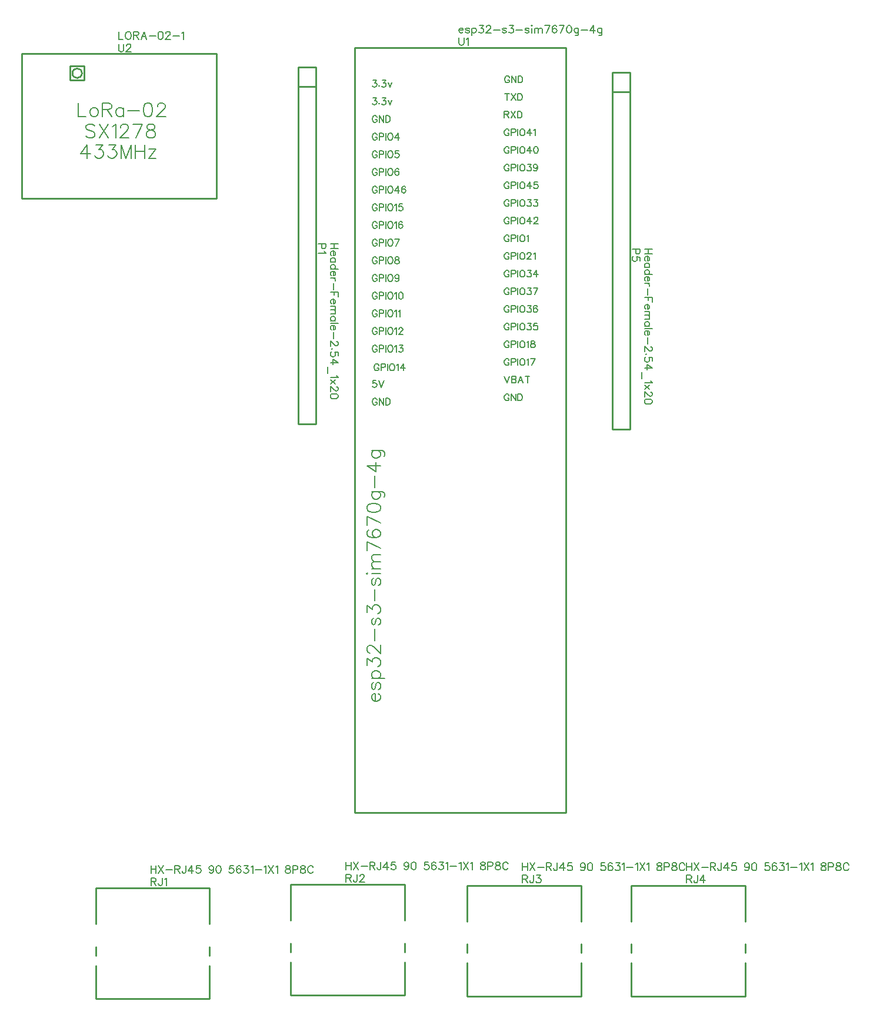
<source format=gto>
G04 Layer: TopSilkscreenLayer*
G04 EasyEDA v6.5.51, 2025-11-17 10:52:57*
G04 3e288904024a45bc9db40e04d1f5bb92,1baaa656111f43739499d1d4c9c00a24,10*
G04 Gerber Generator version 0.2*
G04 Scale: 100 percent, Rotated: No, Reflected: No *
G04 Dimensions in inches *
G04 leading zeros omitted , absolute positions ,3 integer and 6 decimal *
%FSLAX36Y36*%
%MOIN*%

%ADD10C,0.0060*%
%ADD11C,0.0080*%
%ADD12C,0.0100*%
%ADD13C,0.0124*%

%LPD*%
D10*
X2430399Y1030000D02*
G01*
X2387500Y1030000D01*
X2430399Y1001399D02*
G01*
X2387500Y1001399D01*
X2410000Y1030000D02*
G01*
X2410000Y1001399D01*
X2403800Y987899D02*
G01*
X2403800Y963299D01*
X2407899Y963299D01*
X2411999Y965399D01*
X2413999Y967399D01*
X2416099Y971500D01*
X2416099Y977600D01*
X2413999Y981700D01*
X2410000Y985799D01*
X2403800Y987899D01*
X2399700Y987899D01*
X2393599Y985799D01*
X2389499Y981700D01*
X2387500Y977600D01*
X2387500Y971500D01*
X2389499Y967399D01*
X2393599Y963299D01*
X2416099Y925300D02*
G01*
X2387500Y925300D01*
X2410000Y925300D02*
G01*
X2413999Y929400D01*
X2416099Y933499D01*
X2416099Y939600D01*
X2413999Y943699D01*
X2410000Y947800D01*
X2403800Y949800D01*
X2399700Y949800D01*
X2393599Y947800D01*
X2389499Y943699D01*
X2387500Y939600D01*
X2387500Y933499D01*
X2389499Y929400D01*
X2393599Y925300D01*
X2430399Y887199D02*
G01*
X2387500Y887199D01*
X2410000Y887199D02*
G01*
X2413999Y891300D01*
X2416099Y895399D01*
X2416099Y901500D01*
X2413999Y905599D01*
X2410000Y909699D01*
X2403800Y911799D01*
X2399700Y911799D01*
X2393599Y909699D01*
X2389499Y905599D01*
X2387500Y901500D01*
X2387500Y895399D01*
X2389499Y891300D01*
X2393599Y887199D01*
X2403800Y873699D02*
G01*
X2403800Y849200D01*
X2407899Y849200D01*
X2411999Y851199D01*
X2413999Y853299D01*
X2416099Y857399D01*
X2416099Y863499D01*
X2413999Y867600D01*
X2410000Y871700D01*
X2403800Y873699D01*
X2399700Y873699D01*
X2393599Y871700D01*
X2389499Y867600D01*
X2387500Y863499D01*
X2387500Y857399D01*
X2389499Y853299D01*
X2393599Y849200D01*
X2416099Y835700D02*
G01*
X2387500Y835700D01*
X2403800Y835700D02*
G01*
X2410000Y833600D01*
X2413999Y829499D01*
X2416099Y825500D01*
X2416099Y819299D01*
X2405900Y805799D02*
G01*
X2405900Y769000D01*
X2430399Y755500D02*
G01*
X2387500Y755500D01*
X2430399Y755500D02*
G01*
X2430399Y728899D01*
X2410000Y755500D02*
G01*
X2410000Y739099D01*
X2403800Y715399D02*
G01*
X2403800Y690900D01*
X2407899Y690900D01*
X2411999Y692899D01*
X2413999Y695000D01*
X2416099Y699000D01*
X2416099Y705199D01*
X2413999Y709299D01*
X2410000Y713400D01*
X2403800Y715399D01*
X2399700Y715399D01*
X2393599Y713400D01*
X2389499Y709299D01*
X2387500Y705199D01*
X2387500Y699000D01*
X2389499Y695000D01*
X2393599Y690900D01*
X2416099Y677399D02*
G01*
X2387500Y677399D01*
X2407899Y677399D02*
G01*
X2413999Y671199D01*
X2416099Y667100D01*
X2416099Y660999D01*
X2413999Y656900D01*
X2407899Y654899D01*
X2387500Y654899D01*
X2407899Y654899D02*
G01*
X2413999Y648699D01*
X2416099Y644600D01*
X2416099Y638499D01*
X2413999Y634400D01*
X2407899Y632399D01*
X2387500Y632399D01*
X2416099Y594299D02*
G01*
X2387500Y594299D01*
X2410000Y594299D02*
G01*
X2413999Y598400D01*
X2416099Y602500D01*
X2416099Y608600D01*
X2413999Y612699D01*
X2410000Y616799D01*
X2403800Y618899D01*
X2399700Y618899D01*
X2393599Y616799D01*
X2389499Y612699D01*
X2387500Y608600D01*
X2387500Y602500D01*
X2389499Y598400D01*
X2393599Y594299D01*
X2430399Y580799D02*
G01*
X2387500Y580799D01*
X2403800Y567300D02*
G01*
X2403800Y542800D01*
X2407899Y542800D01*
X2411999Y544800D01*
X2413999Y546900D01*
X2416099Y550999D01*
X2416099Y557100D01*
X2413999Y561199D01*
X2410000Y565300D01*
X2403800Y567300D01*
X2399700Y567300D01*
X2393599Y565300D01*
X2389499Y561199D01*
X2387500Y557100D01*
X2387500Y550999D01*
X2389499Y546900D01*
X2393599Y542800D01*
X2405900Y529299D02*
G01*
X2405900Y492500D01*
X2420200Y476900D02*
G01*
X2422200Y476900D01*
X2426300Y474899D01*
X2428400Y472800D01*
X2430399Y468699D01*
X2430399Y460500D01*
X2428400Y456500D01*
X2426300Y454400D01*
X2422200Y452399D01*
X2418100Y452399D01*
X2413999Y454400D01*
X2407899Y458499D01*
X2387500Y479000D01*
X2387500Y450300D01*
X2397700Y434800D02*
G01*
X2395600Y436799D01*
X2393599Y434800D01*
X2395600Y432699D01*
X2397700Y434800D01*
X2430399Y394699D02*
G01*
X2430399Y415100D01*
X2411999Y417199D01*
X2413999Y415100D01*
X2416099Y409000D01*
X2416099Y402899D01*
X2413999Y396700D01*
X2410000Y392600D01*
X2403800Y390599D01*
X2399700Y390599D01*
X2393599Y392600D01*
X2389499Y396700D01*
X2387500Y402899D01*
X2387500Y409000D01*
X2389499Y415100D01*
X2391499Y417199D01*
X2395600Y419200D01*
X2430399Y356599D02*
G01*
X2401800Y377100D01*
X2401800Y346399D01*
X2430399Y356599D02*
G01*
X2387500Y356599D01*
X2373100Y332899D02*
G01*
X2373100Y296100D01*
X2422200Y282600D02*
G01*
X2424300Y278499D01*
X2430399Y272399D01*
X2387500Y272399D01*
X2416099Y258899D02*
G01*
X2387500Y236399D01*
X2416099Y236399D02*
G01*
X2387500Y258899D01*
X2420200Y220799D02*
G01*
X2422200Y220799D01*
X2426300Y218800D01*
X2428400Y216700D01*
X2430399Y212600D01*
X2430399Y204499D01*
X2428400Y200399D01*
X2426300Y198299D01*
X2422200Y196300D01*
X2418100Y196300D01*
X2413999Y198299D01*
X2407899Y202399D01*
X2387500Y222899D01*
X2387500Y194200D01*
X2430399Y168499D02*
G01*
X2428400Y174600D01*
X2422200Y178699D01*
X2411999Y180700D01*
X2405900Y180700D01*
X2395600Y178699D01*
X2389499Y174600D01*
X2387500Y168499D01*
X2387500Y164400D01*
X2389499Y158200D01*
X2395600Y154099D01*
X2405900Y152100D01*
X2411999Y152100D01*
X2422200Y154099D01*
X2428400Y158200D01*
X2430399Y164400D01*
X2430399Y168499D01*
X2360399Y1030000D02*
G01*
X2317500Y1030000D01*
X2360399Y1030000D02*
G01*
X2360399Y1011599D01*
X2358400Y1005500D01*
X2356300Y1003400D01*
X2352200Y1001399D01*
X2346099Y1001399D01*
X2341999Y1003400D01*
X2340000Y1005500D01*
X2337899Y1011599D01*
X2337899Y1030000D01*
X2352200Y987899D02*
G01*
X2354300Y983800D01*
X2360399Y977600D01*
X2317500Y977600D01*
X4210400Y1000000D02*
G01*
X4167500Y1000000D01*
X4210400Y971399D02*
G01*
X4167500Y971399D01*
X4190000Y1000000D02*
G01*
X4190000Y971399D01*
X4183800Y957899D02*
G01*
X4183800Y933299D01*
X4187899Y933299D01*
X4191999Y935399D01*
X4193999Y937399D01*
X4196099Y941500D01*
X4196099Y947600D01*
X4193999Y951700D01*
X4190000Y955799D01*
X4183800Y957899D01*
X4179700Y957899D01*
X4173599Y955799D01*
X4169499Y951700D01*
X4167500Y947600D01*
X4167500Y941500D01*
X4169499Y937399D01*
X4173599Y933299D01*
X4196099Y895300D02*
G01*
X4167500Y895300D01*
X4190000Y895300D02*
G01*
X4193999Y899400D01*
X4196099Y903499D01*
X4196099Y909600D01*
X4193999Y913699D01*
X4190000Y917800D01*
X4183800Y919800D01*
X4179700Y919800D01*
X4173599Y917800D01*
X4169499Y913699D01*
X4167500Y909600D01*
X4167500Y903499D01*
X4169499Y899400D01*
X4173599Y895300D01*
X4210400Y857199D02*
G01*
X4167500Y857199D01*
X4190000Y857199D02*
G01*
X4193999Y861300D01*
X4196099Y865399D01*
X4196099Y871500D01*
X4193999Y875599D01*
X4190000Y879699D01*
X4183800Y881799D01*
X4179700Y881799D01*
X4173599Y879699D01*
X4169499Y875599D01*
X4167500Y871500D01*
X4167500Y865399D01*
X4169499Y861300D01*
X4173599Y857199D01*
X4183800Y843699D02*
G01*
X4183800Y819200D01*
X4187899Y819200D01*
X4191999Y821199D01*
X4193999Y823299D01*
X4196099Y827399D01*
X4196099Y833499D01*
X4193999Y837600D01*
X4190000Y841700D01*
X4183800Y843699D01*
X4179700Y843699D01*
X4173599Y841700D01*
X4169499Y837600D01*
X4167500Y833499D01*
X4167500Y827399D01*
X4169499Y823299D01*
X4173599Y819200D01*
X4196099Y805700D02*
G01*
X4167500Y805700D01*
X4183800Y805700D02*
G01*
X4190000Y803600D01*
X4193999Y799499D01*
X4196099Y795500D01*
X4196099Y789299D01*
X4185900Y775799D02*
G01*
X4185900Y739000D01*
X4210400Y725500D02*
G01*
X4167500Y725500D01*
X4210400Y725500D02*
G01*
X4210400Y698899D01*
X4190000Y725500D02*
G01*
X4190000Y709099D01*
X4183800Y685399D02*
G01*
X4183800Y660900D01*
X4187899Y660900D01*
X4191999Y662899D01*
X4193999Y665000D01*
X4196099Y669000D01*
X4196099Y675199D01*
X4193999Y679299D01*
X4190000Y683400D01*
X4183800Y685399D01*
X4179700Y685399D01*
X4173599Y683400D01*
X4169499Y679299D01*
X4167500Y675199D01*
X4167500Y669000D01*
X4169499Y665000D01*
X4173599Y660900D01*
X4196099Y647399D02*
G01*
X4167500Y647399D01*
X4187899Y647399D02*
G01*
X4193999Y641199D01*
X4196099Y637100D01*
X4196099Y630999D01*
X4193999Y626900D01*
X4187899Y624899D01*
X4167500Y624899D01*
X4187899Y624899D02*
G01*
X4193999Y618699D01*
X4196099Y614600D01*
X4196099Y608499D01*
X4193999Y604400D01*
X4187899Y602399D01*
X4167500Y602399D01*
X4196099Y564299D02*
G01*
X4167500Y564299D01*
X4190000Y564299D02*
G01*
X4193999Y568400D01*
X4196099Y572500D01*
X4196099Y578600D01*
X4193999Y582699D01*
X4190000Y586799D01*
X4183800Y588899D01*
X4179700Y588899D01*
X4173599Y586799D01*
X4169499Y582699D01*
X4167500Y578600D01*
X4167500Y572500D01*
X4169499Y568400D01*
X4173599Y564299D01*
X4210400Y550799D02*
G01*
X4167500Y550799D01*
X4183800Y537300D02*
G01*
X4183800Y512800D01*
X4187899Y512800D01*
X4191999Y514800D01*
X4193999Y516900D01*
X4196099Y520999D01*
X4196099Y527100D01*
X4193999Y531199D01*
X4190000Y535300D01*
X4183800Y537300D01*
X4179700Y537300D01*
X4173599Y535300D01*
X4169499Y531199D01*
X4167500Y527100D01*
X4167500Y520999D01*
X4169499Y516900D01*
X4173599Y512800D01*
X4185900Y499299D02*
G01*
X4185900Y462500D01*
X4200200Y446900D02*
G01*
X4202200Y446900D01*
X4206300Y444899D01*
X4208400Y442800D01*
X4210400Y438699D01*
X4210400Y430500D01*
X4208400Y426500D01*
X4206300Y424400D01*
X4202200Y422399D01*
X4198100Y422399D01*
X4193999Y424400D01*
X4187899Y428499D01*
X4167500Y449000D01*
X4167500Y420300D01*
X4177700Y404800D02*
G01*
X4175600Y406799D01*
X4173599Y404800D01*
X4175600Y402699D01*
X4177700Y404800D01*
X4210400Y364699D02*
G01*
X4210400Y385100D01*
X4191999Y387199D01*
X4193999Y385100D01*
X4196099Y379000D01*
X4196099Y372899D01*
X4193999Y366700D01*
X4190000Y362600D01*
X4183800Y360599D01*
X4179700Y360599D01*
X4173599Y362600D01*
X4169499Y366700D01*
X4167500Y372899D01*
X4167500Y379000D01*
X4169499Y385100D01*
X4171499Y387199D01*
X4175600Y389200D01*
X4210400Y326599D02*
G01*
X4181800Y347100D01*
X4181800Y316399D01*
X4210400Y326599D02*
G01*
X4167500Y326599D01*
X4153100Y302899D02*
G01*
X4153100Y266100D01*
X4202200Y252600D02*
G01*
X4204300Y248499D01*
X4210400Y242399D01*
X4167500Y242399D01*
X4196099Y228899D02*
G01*
X4167500Y206399D01*
X4196099Y206399D02*
G01*
X4167500Y228899D01*
X4200200Y190799D02*
G01*
X4202200Y190799D01*
X4206300Y188800D01*
X4208400Y186700D01*
X4210400Y182600D01*
X4210400Y174499D01*
X4208400Y170399D01*
X4206300Y168299D01*
X4202200Y166300D01*
X4198100Y166300D01*
X4193999Y168299D01*
X4187899Y172399D01*
X4167500Y192899D01*
X4167500Y164200D01*
X4210400Y138499D02*
G01*
X4208400Y144600D01*
X4202200Y148699D01*
X4191999Y150700D01*
X4185900Y150700D01*
X4175600Y148699D01*
X4169499Y144600D01*
X4167500Y138499D01*
X4167500Y134400D01*
X4169499Y128200D01*
X4175600Y124099D01*
X4185900Y122100D01*
X4191999Y122100D01*
X4202200Y124099D01*
X4208400Y128200D01*
X4210400Y134400D01*
X4210400Y138499D01*
X4140399Y1000000D02*
G01*
X4097500Y1000000D01*
X4140399Y1000000D02*
G01*
X4140399Y981599D01*
X4138400Y975500D01*
X4136300Y973400D01*
X4132200Y971399D01*
X4126099Y971399D01*
X4121999Y973400D01*
X4120000Y975500D01*
X4117899Y981599D01*
X4117899Y1000000D01*
X4140399Y933299D02*
G01*
X4140399Y953800D01*
X4121999Y955799D01*
X4123999Y953800D01*
X4126099Y947600D01*
X4126099Y941500D01*
X4123999Y935399D01*
X4120000Y931300D01*
X4113800Y929200D01*
X4109700Y929200D01*
X4103599Y931300D01*
X4099499Y935399D01*
X4097500Y941500D01*
X4097500Y947600D01*
X4099499Y953800D01*
X4101499Y955799D01*
X4105600Y957899D01*
X1370870Y-2490540D02*
G01*
X1370870Y-2533440D01*
X1399470Y-2490540D02*
G01*
X1399470Y-2533440D01*
X1370870Y-2510940D02*
G01*
X1399470Y-2510940D01*
X1412969Y-2490540D02*
G01*
X1441670Y-2533440D01*
X1441670Y-2490540D02*
G01*
X1412969Y-2533440D01*
X1455169Y-2515039D02*
G01*
X1491970Y-2515039D01*
X1505469Y-2490540D02*
G01*
X1505469Y-2533440D01*
X1505469Y-2490540D02*
G01*
X1523869Y-2490540D01*
X1529970Y-2492539D01*
X1532070Y-2494639D01*
X1534070Y-2498739D01*
X1534070Y-2502840D01*
X1532070Y-2506939D01*
X1529970Y-2508939D01*
X1523869Y-2510940D01*
X1505469Y-2510940D01*
X1519769Y-2510940D02*
G01*
X1534070Y-2533440D01*
X1568069Y-2490540D02*
G01*
X1568069Y-2523240D01*
X1565969Y-2529439D01*
X1563969Y-2531439D01*
X1559870Y-2533440D01*
X1555770Y-2533440D01*
X1551670Y-2531439D01*
X1549669Y-2529439D01*
X1547569Y-2523240D01*
X1547569Y-2519140D01*
X1601970Y-2490540D02*
G01*
X1581570Y-2519140D01*
X1612269Y-2519140D01*
X1601970Y-2490540D02*
G01*
X1601970Y-2533440D01*
X1650270Y-2490540D02*
G01*
X1629870Y-2490540D01*
X1627770Y-2508939D01*
X1629870Y-2506939D01*
X1635969Y-2504839D01*
X1642070Y-2504839D01*
X1648270Y-2506939D01*
X1652370Y-2510940D01*
X1654369Y-2517139D01*
X1654369Y-2521239D01*
X1652370Y-2527339D01*
X1648270Y-2531439D01*
X1642070Y-2533440D01*
X1635969Y-2533440D01*
X1629870Y-2531439D01*
X1627770Y-2529439D01*
X1625770Y-2525340D01*
X1725969Y-2504839D02*
G01*
X1723869Y-2510940D01*
X1719870Y-2515039D01*
X1713670Y-2517139D01*
X1711670Y-2517139D01*
X1705469Y-2515039D01*
X1701369Y-2510940D01*
X1699369Y-2504839D01*
X1699369Y-2502840D01*
X1701369Y-2496640D01*
X1705469Y-2492539D01*
X1711670Y-2490540D01*
X1713670Y-2490540D01*
X1719870Y-2492539D01*
X1723869Y-2496640D01*
X1725969Y-2504839D01*
X1725969Y-2515039D01*
X1723869Y-2525340D01*
X1719870Y-2531439D01*
X1713670Y-2533440D01*
X1709570Y-2533440D01*
X1703469Y-2531439D01*
X1701369Y-2527339D01*
X1751769Y-2490540D02*
G01*
X1745569Y-2492539D01*
X1741469Y-2498739D01*
X1739470Y-2508939D01*
X1739470Y-2515039D01*
X1741469Y-2525340D01*
X1745569Y-2531439D01*
X1751769Y-2533440D01*
X1755870Y-2533440D01*
X1761970Y-2531439D01*
X1766069Y-2525340D01*
X1768069Y-2515039D01*
X1768069Y-2508939D01*
X1766069Y-2498739D01*
X1761970Y-2492539D01*
X1755870Y-2490540D01*
X1751769Y-2490540D01*
X1837669Y-2490540D02*
G01*
X1817169Y-2490540D01*
X1815169Y-2508939D01*
X1817169Y-2506939D01*
X1823370Y-2504839D01*
X1829470Y-2504839D01*
X1835569Y-2506939D01*
X1839669Y-2510940D01*
X1841769Y-2517139D01*
X1841769Y-2521239D01*
X1839669Y-2527339D01*
X1835569Y-2531439D01*
X1829470Y-2533440D01*
X1823370Y-2533440D01*
X1817169Y-2531439D01*
X1815169Y-2529439D01*
X1813069Y-2525340D01*
X1879769Y-2496640D02*
G01*
X1877770Y-2492539D01*
X1871570Y-2490540D01*
X1867470Y-2490540D01*
X1861369Y-2492539D01*
X1857269Y-2498739D01*
X1855270Y-2508939D01*
X1855270Y-2519140D01*
X1857269Y-2527339D01*
X1861369Y-2531439D01*
X1867470Y-2533440D01*
X1869570Y-2533440D01*
X1875670Y-2531439D01*
X1879769Y-2527339D01*
X1881869Y-2521239D01*
X1881869Y-2519140D01*
X1879769Y-2513040D01*
X1875670Y-2508939D01*
X1869570Y-2506939D01*
X1867470Y-2506939D01*
X1861369Y-2508939D01*
X1857269Y-2513040D01*
X1855270Y-2519140D01*
X1899369Y-2490540D02*
G01*
X1921869Y-2490540D01*
X1909669Y-2506939D01*
X1915770Y-2506939D01*
X1919870Y-2508939D01*
X1921869Y-2510940D01*
X1923969Y-2517139D01*
X1923969Y-2521239D01*
X1921869Y-2527339D01*
X1917870Y-2531439D01*
X1911670Y-2533440D01*
X1905569Y-2533440D01*
X1899369Y-2531439D01*
X1897370Y-2529439D01*
X1895370Y-2525340D01*
X1937470Y-2498739D02*
G01*
X1941570Y-2496640D01*
X1947669Y-2490540D01*
X1947669Y-2533440D01*
X1961170Y-2515039D02*
G01*
X1997969Y-2515039D01*
X2011469Y-2498739D02*
G01*
X2015569Y-2496640D01*
X2021769Y-2490540D01*
X2021769Y-2533440D01*
X2035270Y-2490540D02*
G01*
X2063869Y-2533440D01*
X2063869Y-2490540D02*
G01*
X2035270Y-2533440D01*
X2077370Y-2498739D02*
G01*
X2081469Y-2496640D01*
X2087569Y-2490540D01*
X2087569Y-2533440D01*
X2142870Y-2490540D02*
G01*
X2136670Y-2492539D01*
X2134669Y-2496640D01*
X2134669Y-2500740D01*
X2136670Y-2504839D01*
X2140770Y-2506939D01*
X2148969Y-2508939D01*
X2155069Y-2510940D01*
X2159170Y-2515039D01*
X2161270Y-2519140D01*
X2161270Y-2525340D01*
X2159170Y-2529439D01*
X2157169Y-2531439D01*
X2150969Y-2533440D01*
X2142870Y-2533440D01*
X2136670Y-2531439D01*
X2134669Y-2529439D01*
X2132569Y-2525340D01*
X2132569Y-2519140D01*
X2134669Y-2515039D01*
X2138770Y-2510940D01*
X2144870Y-2508939D01*
X2153069Y-2506939D01*
X2157169Y-2504839D01*
X2159170Y-2500740D01*
X2159170Y-2496640D01*
X2157169Y-2492539D01*
X2150969Y-2490540D01*
X2142870Y-2490540D01*
X2174769Y-2490540D02*
G01*
X2174769Y-2533440D01*
X2174769Y-2490540D02*
G01*
X2193170Y-2490540D01*
X2199269Y-2492539D01*
X2201369Y-2494639D01*
X2203370Y-2498739D01*
X2203370Y-2504839D01*
X2201369Y-2508939D01*
X2199269Y-2510940D01*
X2193170Y-2513040D01*
X2174769Y-2513040D01*
X2227070Y-2490540D02*
G01*
X2220969Y-2492539D01*
X2218869Y-2496640D01*
X2218869Y-2500740D01*
X2220969Y-2504839D01*
X2225069Y-2506939D01*
X2233270Y-2508939D01*
X2239369Y-2510940D01*
X2243469Y-2515039D01*
X2245469Y-2519140D01*
X2245469Y-2525340D01*
X2243469Y-2529439D01*
X2241369Y-2531439D01*
X2235270Y-2533440D01*
X2227070Y-2533440D01*
X2220969Y-2531439D01*
X2218869Y-2529439D01*
X2216869Y-2525340D01*
X2216869Y-2519140D01*
X2218869Y-2515039D01*
X2222969Y-2510940D01*
X2229170Y-2508939D01*
X2237370Y-2506939D01*
X2241369Y-2504839D01*
X2243469Y-2500740D01*
X2243469Y-2496640D01*
X2241369Y-2492539D01*
X2235270Y-2490540D01*
X2227070Y-2490540D01*
X2289669Y-2500740D02*
G01*
X2287669Y-2496640D01*
X2283569Y-2492539D01*
X2279470Y-2490540D01*
X2271270Y-2490540D01*
X2267169Y-2492539D01*
X2263069Y-2496640D01*
X2261069Y-2500740D01*
X2258969Y-2506939D01*
X2258969Y-2517139D01*
X2261069Y-2523240D01*
X2263069Y-2527339D01*
X2267169Y-2531439D01*
X2271270Y-2533440D01*
X2279470Y-2533440D01*
X2283569Y-2531439D01*
X2287669Y-2527339D01*
X2289669Y-2523240D01*
X1370870Y-2560540D02*
G01*
X1370870Y-2603440D01*
X1370870Y-2560540D02*
G01*
X1389269Y-2560540D01*
X1395370Y-2562539D01*
X1397470Y-2564639D01*
X1399470Y-2568739D01*
X1399470Y-2572840D01*
X1397470Y-2576939D01*
X1395370Y-2578939D01*
X1389269Y-2580940D01*
X1370870Y-2580940D01*
X1385169Y-2580940D02*
G01*
X1399470Y-2603440D01*
X1433469Y-2560540D02*
G01*
X1433469Y-2593240D01*
X1431369Y-2599439D01*
X1429369Y-2601439D01*
X1425270Y-2603440D01*
X1421170Y-2603440D01*
X1417070Y-2601439D01*
X1415069Y-2599439D01*
X1412969Y-2593240D01*
X1412969Y-2589140D01*
X1446970Y-2568739D02*
G01*
X1451069Y-2566640D01*
X1457169Y-2560540D01*
X1457169Y-2603440D01*
X2475870Y-2470540D02*
G01*
X2475870Y-2513440D01*
X2504470Y-2470540D02*
G01*
X2504470Y-2513440D01*
X2475870Y-2490940D02*
G01*
X2504470Y-2490940D01*
X2517969Y-2470540D02*
G01*
X2546670Y-2513440D01*
X2546670Y-2470540D02*
G01*
X2517969Y-2513440D01*
X2560169Y-2495039D02*
G01*
X2596970Y-2495039D01*
X2610469Y-2470540D02*
G01*
X2610469Y-2513440D01*
X2610469Y-2470540D02*
G01*
X2628869Y-2470540D01*
X2634970Y-2472539D01*
X2637070Y-2474639D01*
X2639070Y-2478739D01*
X2639070Y-2482840D01*
X2637070Y-2486939D01*
X2634970Y-2488939D01*
X2628869Y-2490940D01*
X2610469Y-2490940D01*
X2624769Y-2490940D02*
G01*
X2639070Y-2513440D01*
X2673069Y-2470540D02*
G01*
X2673069Y-2503240D01*
X2670969Y-2509439D01*
X2668969Y-2511439D01*
X2664870Y-2513440D01*
X2660770Y-2513440D01*
X2656670Y-2511439D01*
X2654669Y-2509439D01*
X2652569Y-2503240D01*
X2652569Y-2499140D01*
X2706970Y-2470540D02*
G01*
X2686570Y-2499140D01*
X2717269Y-2499140D01*
X2706970Y-2470540D02*
G01*
X2706970Y-2513440D01*
X2755270Y-2470540D02*
G01*
X2734870Y-2470540D01*
X2732770Y-2488939D01*
X2734870Y-2486939D01*
X2740969Y-2484839D01*
X2747070Y-2484839D01*
X2753270Y-2486939D01*
X2757370Y-2490940D01*
X2759369Y-2497139D01*
X2759369Y-2501239D01*
X2757370Y-2507339D01*
X2753270Y-2511439D01*
X2747070Y-2513440D01*
X2740969Y-2513440D01*
X2734870Y-2511439D01*
X2732770Y-2509439D01*
X2730770Y-2505340D01*
X2830969Y-2484839D02*
G01*
X2828869Y-2490940D01*
X2824870Y-2495039D01*
X2818670Y-2497139D01*
X2816670Y-2497139D01*
X2810469Y-2495039D01*
X2806369Y-2490940D01*
X2804369Y-2484839D01*
X2804369Y-2482840D01*
X2806369Y-2476640D01*
X2810469Y-2472539D01*
X2816670Y-2470540D01*
X2818670Y-2470540D01*
X2824870Y-2472539D01*
X2828869Y-2476640D01*
X2830969Y-2484839D01*
X2830969Y-2495039D01*
X2828869Y-2505340D01*
X2824870Y-2511439D01*
X2818670Y-2513440D01*
X2814570Y-2513440D01*
X2808469Y-2511439D01*
X2806369Y-2507339D01*
X2856769Y-2470540D02*
G01*
X2850569Y-2472539D01*
X2846469Y-2478739D01*
X2844470Y-2488939D01*
X2844470Y-2495039D01*
X2846469Y-2505340D01*
X2850569Y-2511439D01*
X2856769Y-2513440D01*
X2860870Y-2513440D01*
X2866970Y-2511439D01*
X2871069Y-2505340D01*
X2873069Y-2495039D01*
X2873069Y-2488939D01*
X2871069Y-2478739D01*
X2866970Y-2472539D01*
X2860870Y-2470540D01*
X2856769Y-2470540D01*
X2942669Y-2470540D02*
G01*
X2922169Y-2470540D01*
X2920169Y-2488939D01*
X2922169Y-2486939D01*
X2928370Y-2484839D01*
X2934470Y-2484839D01*
X2940569Y-2486939D01*
X2944669Y-2490940D01*
X2946769Y-2497139D01*
X2946769Y-2501239D01*
X2944669Y-2507339D01*
X2940569Y-2511439D01*
X2934470Y-2513440D01*
X2928370Y-2513440D01*
X2922169Y-2511439D01*
X2920169Y-2509439D01*
X2918069Y-2505340D01*
X2984769Y-2476640D02*
G01*
X2982770Y-2472539D01*
X2976570Y-2470540D01*
X2972470Y-2470540D01*
X2966369Y-2472539D01*
X2962269Y-2478739D01*
X2960270Y-2488939D01*
X2960270Y-2499140D01*
X2962269Y-2507339D01*
X2966369Y-2511439D01*
X2972470Y-2513440D01*
X2974570Y-2513440D01*
X2980670Y-2511439D01*
X2984769Y-2507339D01*
X2986869Y-2501239D01*
X2986869Y-2499140D01*
X2984769Y-2493040D01*
X2980670Y-2488939D01*
X2974570Y-2486939D01*
X2972470Y-2486939D01*
X2966369Y-2488939D01*
X2962269Y-2493040D01*
X2960270Y-2499140D01*
X3004369Y-2470540D02*
G01*
X3026869Y-2470540D01*
X3014669Y-2486939D01*
X3020770Y-2486939D01*
X3024870Y-2488939D01*
X3026869Y-2490940D01*
X3028969Y-2497139D01*
X3028969Y-2501239D01*
X3026869Y-2507339D01*
X3022870Y-2511439D01*
X3016670Y-2513440D01*
X3010569Y-2513440D01*
X3004369Y-2511439D01*
X3002370Y-2509439D01*
X3000370Y-2505340D01*
X3042470Y-2478739D02*
G01*
X3046570Y-2476640D01*
X3052669Y-2470540D01*
X3052669Y-2513440D01*
X3066170Y-2495039D02*
G01*
X3102969Y-2495039D01*
X3116469Y-2478739D02*
G01*
X3120569Y-2476640D01*
X3126769Y-2470540D01*
X3126769Y-2513440D01*
X3140270Y-2470540D02*
G01*
X3168869Y-2513440D01*
X3168869Y-2470540D02*
G01*
X3140270Y-2513440D01*
X3182370Y-2478739D02*
G01*
X3186469Y-2476640D01*
X3192569Y-2470540D01*
X3192569Y-2513440D01*
X3247870Y-2470540D02*
G01*
X3241670Y-2472539D01*
X3239669Y-2476640D01*
X3239669Y-2480740D01*
X3241670Y-2484839D01*
X3245770Y-2486939D01*
X3253969Y-2488939D01*
X3260069Y-2490940D01*
X3264170Y-2495039D01*
X3266270Y-2499140D01*
X3266270Y-2505340D01*
X3264170Y-2509439D01*
X3262169Y-2511439D01*
X3255969Y-2513440D01*
X3247870Y-2513440D01*
X3241670Y-2511439D01*
X3239669Y-2509439D01*
X3237569Y-2505340D01*
X3237569Y-2499140D01*
X3239669Y-2495039D01*
X3243770Y-2490940D01*
X3249870Y-2488939D01*
X3258069Y-2486939D01*
X3262169Y-2484839D01*
X3264170Y-2480740D01*
X3264170Y-2476640D01*
X3262169Y-2472539D01*
X3255969Y-2470540D01*
X3247870Y-2470540D01*
X3279769Y-2470540D02*
G01*
X3279769Y-2513440D01*
X3279769Y-2470540D02*
G01*
X3298170Y-2470540D01*
X3304269Y-2472539D01*
X3306369Y-2474639D01*
X3308370Y-2478739D01*
X3308370Y-2484839D01*
X3306369Y-2488939D01*
X3304269Y-2490940D01*
X3298170Y-2493040D01*
X3279769Y-2493040D01*
X3332070Y-2470540D02*
G01*
X3325969Y-2472539D01*
X3323869Y-2476640D01*
X3323869Y-2480740D01*
X3325969Y-2484839D01*
X3330069Y-2486939D01*
X3338270Y-2488939D01*
X3344369Y-2490940D01*
X3348469Y-2495039D01*
X3350469Y-2499140D01*
X3350469Y-2505340D01*
X3348469Y-2509439D01*
X3346369Y-2511439D01*
X3340270Y-2513440D01*
X3332070Y-2513440D01*
X3325969Y-2511439D01*
X3323869Y-2509439D01*
X3321869Y-2505340D01*
X3321869Y-2499140D01*
X3323869Y-2495039D01*
X3327969Y-2490940D01*
X3334170Y-2488939D01*
X3342370Y-2486939D01*
X3346369Y-2484839D01*
X3348469Y-2480740D01*
X3348469Y-2476640D01*
X3346369Y-2472539D01*
X3340270Y-2470540D01*
X3332070Y-2470540D01*
X3394669Y-2480740D02*
G01*
X3392669Y-2476640D01*
X3388569Y-2472539D01*
X3384470Y-2470540D01*
X3376270Y-2470540D01*
X3372169Y-2472539D01*
X3368069Y-2476640D01*
X3366069Y-2480740D01*
X3363969Y-2486939D01*
X3363969Y-2497139D01*
X3366069Y-2503240D01*
X3368069Y-2507339D01*
X3372169Y-2511439D01*
X3376270Y-2513440D01*
X3384470Y-2513440D01*
X3388569Y-2511439D01*
X3392669Y-2507339D01*
X3394669Y-2503240D01*
X2475870Y-2540540D02*
G01*
X2475870Y-2583440D01*
X2475870Y-2540540D02*
G01*
X2494269Y-2540540D01*
X2500370Y-2542539D01*
X2502470Y-2544639D01*
X2504470Y-2548739D01*
X2504470Y-2552840D01*
X2502470Y-2556939D01*
X2500370Y-2558939D01*
X2494269Y-2560940D01*
X2475870Y-2560940D01*
X2490169Y-2560940D02*
G01*
X2504470Y-2583440D01*
X2538469Y-2540540D02*
G01*
X2538469Y-2573240D01*
X2536369Y-2579439D01*
X2534369Y-2581439D01*
X2530270Y-2583440D01*
X2526170Y-2583440D01*
X2522070Y-2581439D01*
X2520069Y-2579439D01*
X2517969Y-2573240D01*
X2517969Y-2569140D01*
X2553969Y-2550740D02*
G01*
X2553969Y-2548739D01*
X2556069Y-2544639D01*
X2558069Y-2542539D01*
X2562169Y-2540540D01*
X2570370Y-2540540D01*
X2574470Y-2542539D01*
X2576469Y-2544639D01*
X2578569Y-2548739D01*
X2578569Y-2552840D01*
X2576469Y-2556939D01*
X2572370Y-2563040D01*
X2551970Y-2583440D01*
X2580569Y-2583440D01*
X3475870Y-2475540D02*
G01*
X3475870Y-2518440D01*
X3504470Y-2475540D02*
G01*
X3504470Y-2518440D01*
X3475870Y-2495940D02*
G01*
X3504470Y-2495940D01*
X3517969Y-2475540D02*
G01*
X3546670Y-2518440D01*
X3546670Y-2475540D02*
G01*
X3517969Y-2518440D01*
X3560169Y-2500039D02*
G01*
X3596970Y-2500039D01*
X3610469Y-2475540D02*
G01*
X3610469Y-2518440D01*
X3610469Y-2475540D02*
G01*
X3628869Y-2475540D01*
X3634970Y-2477539D01*
X3637070Y-2479639D01*
X3639070Y-2483739D01*
X3639070Y-2487840D01*
X3637070Y-2491939D01*
X3634970Y-2493939D01*
X3628869Y-2495940D01*
X3610469Y-2495940D01*
X3624769Y-2495940D02*
G01*
X3639070Y-2518440D01*
X3673069Y-2475540D02*
G01*
X3673069Y-2508240D01*
X3670969Y-2514439D01*
X3668969Y-2516439D01*
X3664870Y-2518440D01*
X3660770Y-2518440D01*
X3656670Y-2516439D01*
X3654669Y-2514439D01*
X3652569Y-2508240D01*
X3652569Y-2504140D01*
X3706970Y-2475540D02*
G01*
X3686570Y-2504140D01*
X3717269Y-2504140D01*
X3706970Y-2475540D02*
G01*
X3706970Y-2518440D01*
X3755270Y-2475540D02*
G01*
X3734870Y-2475540D01*
X3732770Y-2493939D01*
X3734870Y-2491939D01*
X3740969Y-2489839D01*
X3747070Y-2489839D01*
X3753270Y-2491939D01*
X3757370Y-2495940D01*
X3759369Y-2502139D01*
X3759369Y-2506239D01*
X3757370Y-2512339D01*
X3753270Y-2516439D01*
X3747070Y-2518440D01*
X3740969Y-2518440D01*
X3734870Y-2516439D01*
X3732770Y-2514439D01*
X3730770Y-2510340D01*
X3830969Y-2489839D02*
G01*
X3828869Y-2495940D01*
X3824870Y-2500039D01*
X3818670Y-2502139D01*
X3816670Y-2502139D01*
X3810469Y-2500039D01*
X3806369Y-2495940D01*
X3804369Y-2489839D01*
X3804369Y-2487840D01*
X3806369Y-2481640D01*
X3810469Y-2477539D01*
X3816670Y-2475540D01*
X3818670Y-2475540D01*
X3824870Y-2477539D01*
X3828869Y-2481640D01*
X3830969Y-2489839D01*
X3830969Y-2500039D01*
X3828869Y-2510340D01*
X3824870Y-2516439D01*
X3818670Y-2518440D01*
X3814570Y-2518440D01*
X3808469Y-2516439D01*
X3806369Y-2512339D01*
X3856769Y-2475540D02*
G01*
X3850569Y-2477539D01*
X3846469Y-2483739D01*
X3844470Y-2493939D01*
X3844470Y-2500039D01*
X3846469Y-2510340D01*
X3850569Y-2516439D01*
X3856769Y-2518440D01*
X3860870Y-2518440D01*
X3866970Y-2516439D01*
X3871069Y-2510340D01*
X3873069Y-2500039D01*
X3873069Y-2493939D01*
X3871069Y-2483739D01*
X3866970Y-2477539D01*
X3860870Y-2475540D01*
X3856769Y-2475540D01*
X3942669Y-2475540D02*
G01*
X3922169Y-2475540D01*
X3920169Y-2493939D01*
X3922169Y-2491939D01*
X3928370Y-2489839D01*
X3934470Y-2489839D01*
X3940569Y-2491939D01*
X3944669Y-2495940D01*
X3946769Y-2502139D01*
X3946769Y-2506239D01*
X3944669Y-2512339D01*
X3940569Y-2516439D01*
X3934470Y-2518440D01*
X3928370Y-2518440D01*
X3922169Y-2516439D01*
X3920169Y-2514439D01*
X3918069Y-2510340D01*
X3984769Y-2481640D02*
G01*
X3982770Y-2477539D01*
X3976570Y-2475540D01*
X3972470Y-2475540D01*
X3966369Y-2477539D01*
X3962269Y-2483739D01*
X3960270Y-2493939D01*
X3960270Y-2504140D01*
X3962269Y-2512339D01*
X3966369Y-2516439D01*
X3972470Y-2518440D01*
X3974570Y-2518440D01*
X3980670Y-2516439D01*
X3984769Y-2512339D01*
X3986869Y-2506239D01*
X3986869Y-2504140D01*
X3984769Y-2498040D01*
X3980670Y-2493939D01*
X3974570Y-2491939D01*
X3972470Y-2491939D01*
X3966369Y-2493939D01*
X3962269Y-2498040D01*
X3960270Y-2504140D01*
X4004369Y-2475540D02*
G01*
X4026869Y-2475540D01*
X4014669Y-2491939D01*
X4020770Y-2491939D01*
X4024870Y-2493939D01*
X4026869Y-2495940D01*
X4028969Y-2502139D01*
X4028969Y-2506239D01*
X4026869Y-2512339D01*
X4022870Y-2516439D01*
X4016670Y-2518440D01*
X4010569Y-2518440D01*
X4004369Y-2516439D01*
X4002370Y-2514439D01*
X4000370Y-2510340D01*
X4042470Y-2483739D02*
G01*
X4046570Y-2481640D01*
X4052669Y-2475540D01*
X4052669Y-2518440D01*
X4066170Y-2500039D02*
G01*
X4102969Y-2500039D01*
X4116469Y-2483739D02*
G01*
X4120569Y-2481640D01*
X4126769Y-2475540D01*
X4126769Y-2518440D01*
X4140270Y-2475540D02*
G01*
X4168869Y-2518440D01*
X4168869Y-2475540D02*
G01*
X4140270Y-2518440D01*
X4182370Y-2483739D02*
G01*
X4186469Y-2481640D01*
X4192569Y-2475540D01*
X4192569Y-2518440D01*
X4247870Y-2475540D02*
G01*
X4241670Y-2477539D01*
X4239669Y-2481640D01*
X4239669Y-2485740D01*
X4241670Y-2489839D01*
X4245770Y-2491939D01*
X4253969Y-2493939D01*
X4260069Y-2495940D01*
X4264170Y-2500039D01*
X4266270Y-2504140D01*
X4266270Y-2510340D01*
X4264170Y-2514439D01*
X4262169Y-2516439D01*
X4255969Y-2518440D01*
X4247870Y-2518440D01*
X4241670Y-2516439D01*
X4239669Y-2514439D01*
X4237569Y-2510340D01*
X4237569Y-2504140D01*
X4239669Y-2500039D01*
X4243770Y-2495940D01*
X4249870Y-2493939D01*
X4258069Y-2491939D01*
X4262169Y-2489839D01*
X4264170Y-2485740D01*
X4264170Y-2481640D01*
X4262169Y-2477539D01*
X4255969Y-2475540D01*
X4247870Y-2475540D01*
X4279769Y-2475540D02*
G01*
X4279769Y-2518440D01*
X4279769Y-2475540D02*
G01*
X4298170Y-2475540D01*
X4304269Y-2477539D01*
X4306369Y-2479639D01*
X4308370Y-2483739D01*
X4308370Y-2489839D01*
X4306369Y-2493939D01*
X4304269Y-2495940D01*
X4298170Y-2498040D01*
X4279769Y-2498040D01*
X4332070Y-2475540D02*
G01*
X4325969Y-2477539D01*
X4323869Y-2481640D01*
X4323869Y-2485740D01*
X4325969Y-2489839D01*
X4330069Y-2491939D01*
X4338270Y-2493939D01*
X4344369Y-2495940D01*
X4348469Y-2500039D01*
X4350469Y-2504140D01*
X4350469Y-2510340D01*
X4348469Y-2514439D01*
X4346369Y-2516439D01*
X4340270Y-2518440D01*
X4332070Y-2518440D01*
X4325969Y-2516439D01*
X4323869Y-2514439D01*
X4321869Y-2510340D01*
X4321869Y-2504140D01*
X4323869Y-2500039D01*
X4327969Y-2495940D01*
X4334170Y-2493939D01*
X4342370Y-2491939D01*
X4346369Y-2489839D01*
X4348469Y-2485740D01*
X4348469Y-2481640D01*
X4346369Y-2477539D01*
X4340270Y-2475540D01*
X4332070Y-2475540D01*
X4394669Y-2485740D02*
G01*
X4392669Y-2481640D01*
X4388570Y-2477539D01*
X4384470Y-2475540D01*
X4376270Y-2475540D01*
X4372169Y-2477539D01*
X4368069Y-2481640D01*
X4366070Y-2485740D01*
X4363969Y-2491939D01*
X4363969Y-2502139D01*
X4366070Y-2508240D01*
X4368069Y-2512339D01*
X4372169Y-2516439D01*
X4376270Y-2518440D01*
X4384470Y-2518440D01*
X4388570Y-2516439D01*
X4392669Y-2512339D01*
X4394669Y-2508240D01*
X3475870Y-2545540D02*
G01*
X3475870Y-2588440D01*
X3475870Y-2545540D02*
G01*
X3494269Y-2545540D01*
X3500370Y-2547539D01*
X3502470Y-2549639D01*
X3504470Y-2553739D01*
X3504470Y-2557840D01*
X3502470Y-2561939D01*
X3500370Y-2563939D01*
X3494269Y-2565940D01*
X3475870Y-2565940D01*
X3490169Y-2565940D02*
G01*
X3504470Y-2588440D01*
X3538469Y-2545540D02*
G01*
X3538469Y-2578240D01*
X3536369Y-2584439D01*
X3534369Y-2586439D01*
X3530270Y-2588440D01*
X3526170Y-2588440D01*
X3522070Y-2586439D01*
X3520069Y-2584439D01*
X3517969Y-2578240D01*
X3517969Y-2574140D01*
X3556069Y-2545540D02*
G01*
X3578569Y-2545540D01*
X3566270Y-2561939D01*
X3572370Y-2561939D01*
X3576469Y-2563939D01*
X3578569Y-2565940D01*
X3580569Y-2572139D01*
X3580569Y-2576239D01*
X3578569Y-2582339D01*
X3574470Y-2586439D01*
X3568370Y-2588440D01*
X3562169Y-2588440D01*
X3556069Y-2586439D01*
X3553969Y-2584439D01*
X3551970Y-2580340D01*
X4405870Y-2475540D02*
G01*
X4405870Y-2518440D01*
X4434470Y-2475540D02*
G01*
X4434470Y-2518440D01*
X4405870Y-2495940D02*
G01*
X4434470Y-2495940D01*
X4447969Y-2475540D02*
G01*
X4476670Y-2518440D01*
X4476670Y-2475540D02*
G01*
X4447969Y-2518440D01*
X4490169Y-2500039D02*
G01*
X4526970Y-2500039D01*
X4540469Y-2475540D02*
G01*
X4540469Y-2518440D01*
X4540469Y-2475540D02*
G01*
X4558869Y-2475540D01*
X4564970Y-2477539D01*
X4567070Y-2479639D01*
X4569070Y-2483739D01*
X4569070Y-2487840D01*
X4567070Y-2491939D01*
X4564970Y-2493939D01*
X4558869Y-2495940D01*
X4540469Y-2495940D01*
X4554769Y-2495940D02*
G01*
X4569070Y-2518440D01*
X4603069Y-2475540D02*
G01*
X4603069Y-2508240D01*
X4600969Y-2514439D01*
X4598969Y-2516439D01*
X4594870Y-2518440D01*
X4590770Y-2518440D01*
X4586670Y-2516439D01*
X4584669Y-2514439D01*
X4582569Y-2508240D01*
X4582569Y-2504140D01*
X4636970Y-2475540D02*
G01*
X4616570Y-2504140D01*
X4647269Y-2504140D01*
X4636970Y-2475540D02*
G01*
X4636970Y-2518440D01*
X4685270Y-2475540D02*
G01*
X4664870Y-2475540D01*
X4662770Y-2493939D01*
X4664870Y-2491939D01*
X4670969Y-2489839D01*
X4677070Y-2489839D01*
X4683270Y-2491939D01*
X4687370Y-2495940D01*
X4689369Y-2502139D01*
X4689369Y-2506239D01*
X4687370Y-2512339D01*
X4683270Y-2516439D01*
X4677070Y-2518440D01*
X4670969Y-2518440D01*
X4664870Y-2516439D01*
X4662770Y-2514439D01*
X4660770Y-2510340D01*
X4760969Y-2489839D02*
G01*
X4758869Y-2495940D01*
X4754870Y-2500039D01*
X4748670Y-2502139D01*
X4746670Y-2502139D01*
X4740469Y-2500039D01*
X4736369Y-2495940D01*
X4734369Y-2489839D01*
X4734369Y-2487840D01*
X4736369Y-2481640D01*
X4740469Y-2477539D01*
X4746670Y-2475540D01*
X4748670Y-2475540D01*
X4754870Y-2477539D01*
X4758869Y-2481640D01*
X4760969Y-2489839D01*
X4760969Y-2500039D01*
X4758869Y-2510340D01*
X4754870Y-2516439D01*
X4748670Y-2518440D01*
X4744570Y-2518440D01*
X4738469Y-2516439D01*
X4736369Y-2512339D01*
X4786769Y-2475540D02*
G01*
X4780569Y-2477539D01*
X4776469Y-2483739D01*
X4774470Y-2493939D01*
X4774470Y-2500039D01*
X4776469Y-2510340D01*
X4780569Y-2516439D01*
X4786769Y-2518440D01*
X4790870Y-2518440D01*
X4796970Y-2516439D01*
X4801070Y-2510340D01*
X4803069Y-2500039D01*
X4803069Y-2493939D01*
X4801070Y-2483739D01*
X4796970Y-2477539D01*
X4790870Y-2475540D01*
X4786769Y-2475540D01*
X4872669Y-2475540D02*
G01*
X4852169Y-2475540D01*
X4850169Y-2493939D01*
X4852169Y-2491939D01*
X4858370Y-2489839D01*
X4864470Y-2489839D01*
X4870569Y-2491939D01*
X4874669Y-2495940D01*
X4876769Y-2502139D01*
X4876769Y-2506239D01*
X4874669Y-2512339D01*
X4870569Y-2516439D01*
X4864470Y-2518440D01*
X4858370Y-2518440D01*
X4852169Y-2516439D01*
X4850169Y-2514439D01*
X4848069Y-2510340D01*
X4914769Y-2481640D02*
G01*
X4912770Y-2477539D01*
X4906570Y-2475540D01*
X4902470Y-2475540D01*
X4896369Y-2477539D01*
X4892269Y-2483739D01*
X4890270Y-2493939D01*
X4890270Y-2504140D01*
X4892269Y-2512339D01*
X4896369Y-2516439D01*
X4902470Y-2518440D01*
X4904570Y-2518440D01*
X4910670Y-2516439D01*
X4914769Y-2512339D01*
X4916869Y-2506239D01*
X4916869Y-2504140D01*
X4914769Y-2498040D01*
X4910670Y-2493939D01*
X4904570Y-2491939D01*
X4902470Y-2491939D01*
X4896369Y-2493939D01*
X4892269Y-2498040D01*
X4890270Y-2504140D01*
X4934369Y-2475540D02*
G01*
X4956869Y-2475540D01*
X4944669Y-2491939D01*
X4950770Y-2491939D01*
X4954870Y-2493939D01*
X4956869Y-2495940D01*
X4958969Y-2502139D01*
X4958969Y-2506239D01*
X4956869Y-2512339D01*
X4952870Y-2516439D01*
X4946670Y-2518440D01*
X4940569Y-2518440D01*
X4934369Y-2516439D01*
X4932370Y-2514439D01*
X4930370Y-2510340D01*
X4972470Y-2483739D02*
G01*
X4976570Y-2481640D01*
X4982669Y-2475540D01*
X4982669Y-2518440D01*
X4996170Y-2500039D02*
G01*
X5032969Y-2500039D01*
X5046469Y-2483739D02*
G01*
X5050569Y-2481640D01*
X5056769Y-2475540D01*
X5056769Y-2518440D01*
X5070270Y-2475540D02*
G01*
X5098869Y-2518440D01*
X5098869Y-2475540D02*
G01*
X5070270Y-2518440D01*
X5112370Y-2483739D02*
G01*
X5116469Y-2481640D01*
X5122569Y-2475540D01*
X5122569Y-2518440D01*
X5177870Y-2475540D02*
G01*
X5171670Y-2477539D01*
X5169669Y-2481640D01*
X5169669Y-2485740D01*
X5171670Y-2489839D01*
X5175770Y-2491939D01*
X5183969Y-2493939D01*
X5190069Y-2495940D01*
X5194170Y-2500039D01*
X5196270Y-2504140D01*
X5196270Y-2510340D01*
X5194170Y-2514439D01*
X5192169Y-2516439D01*
X5185969Y-2518440D01*
X5177870Y-2518440D01*
X5171670Y-2516439D01*
X5169669Y-2514439D01*
X5167569Y-2510340D01*
X5167569Y-2504140D01*
X5169669Y-2500039D01*
X5173770Y-2495940D01*
X5179870Y-2493939D01*
X5188069Y-2491939D01*
X5192169Y-2489839D01*
X5194170Y-2485740D01*
X5194170Y-2481640D01*
X5192169Y-2477539D01*
X5185969Y-2475540D01*
X5177870Y-2475540D01*
X5209769Y-2475540D02*
G01*
X5209769Y-2518440D01*
X5209769Y-2475540D02*
G01*
X5228170Y-2475540D01*
X5234269Y-2477539D01*
X5236369Y-2479639D01*
X5238370Y-2483739D01*
X5238370Y-2489839D01*
X5236369Y-2493939D01*
X5234269Y-2495940D01*
X5228170Y-2498040D01*
X5209769Y-2498040D01*
X5262070Y-2475540D02*
G01*
X5255969Y-2477539D01*
X5253869Y-2481640D01*
X5253869Y-2485740D01*
X5255969Y-2489839D01*
X5260069Y-2491939D01*
X5268270Y-2493939D01*
X5274369Y-2495940D01*
X5278469Y-2500039D01*
X5280469Y-2504140D01*
X5280469Y-2510340D01*
X5278469Y-2514439D01*
X5276369Y-2516439D01*
X5270270Y-2518440D01*
X5262070Y-2518440D01*
X5255969Y-2516439D01*
X5253869Y-2514439D01*
X5251869Y-2510340D01*
X5251869Y-2504140D01*
X5253869Y-2500039D01*
X5257969Y-2495940D01*
X5264170Y-2493939D01*
X5272370Y-2491939D01*
X5276369Y-2489839D01*
X5278469Y-2485740D01*
X5278469Y-2481640D01*
X5276369Y-2477539D01*
X5270270Y-2475540D01*
X5262070Y-2475540D01*
X5324669Y-2485740D02*
G01*
X5322669Y-2481640D01*
X5318570Y-2477539D01*
X5314470Y-2475540D01*
X5306270Y-2475540D01*
X5302169Y-2477539D01*
X5298069Y-2481640D01*
X5296070Y-2485740D01*
X5293969Y-2491939D01*
X5293969Y-2502139D01*
X5296070Y-2508240D01*
X5298069Y-2512339D01*
X5302169Y-2516439D01*
X5306270Y-2518440D01*
X5314470Y-2518440D01*
X5318570Y-2516439D01*
X5322669Y-2512339D01*
X5324669Y-2508240D01*
X4405870Y-2545540D02*
G01*
X4405870Y-2588440D01*
X4405870Y-2545540D02*
G01*
X4424269Y-2545540D01*
X4430370Y-2547539D01*
X4432470Y-2549639D01*
X4434470Y-2553739D01*
X4434470Y-2557840D01*
X4432470Y-2561939D01*
X4430370Y-2563939D01*
X4424269Y-2565940D01*
X4405870Y-2565940D01*
X4420169Y-2565940D02*
G01*
X4434470Y-2588440D01*
X4468469Y-2545540D02*
G01*
X4468469Y-2578240D01*
X4466369Y-2584439D01*
X4464369Y-2586439D01*
X4460270Y-2588440D01*
X4456170Y-2588440D01*
X4452070Y-2586439D01*
X4450069Y-2584439D01*
X4447969Y-2578240D01*
X4447969Y-2574140D01*
X4502370Y-2545540D02*
G01*
X4481970Y-2574140D01*
X4512669Y-2574140D01*
X4502370Y-2545540D02*
G01*
X4502370Y-2588440D01*
X3115000Y2238800D02*
G01*
X3139499Y2238800D01*
X3139499Y2242899D01*
X3137500Y2246999D01*
X3135500Y2249000D01*
X3131400Y2251100D01*
X3125200Y2251100D01*
X3121099Y2249000D01*
X3116999Y2245000D01*
X3115000Y2238800D01*
X3115000Y2234699D01*
X3116999Y2228600D01*
X3121099Y2224499D01*
X3125200Y2222500D01*
X3131400Y2222500D01*
X3135500Y2224499D01*
X3139499Y2228600D01*
X3175500Y2245000D02*
G01*
X3173500Y2249000D01*
X3167399Y2251100D01*
X3161199Y2251100D01*
X3155100Y2249000D01*
X3153000Y2245000D01*
X3155100Y2240900D01*
X3159200Y2238800D01*
X3169399Y2236799D01*
X3173500Y2234699D01*
X3175500Y2230599D01*
X3175500Y2228600D01*
X3173500Y2224499D01*
X3167399Y2222500D01*
X3161199Y2222500D01*
X3155100Y2224499D01*
X3153000Y2228600D01*
X3188999Y2251100D02*
G01*
X3188999Y2208099D01*
X3188999Y2245000D02*
G01*
X3193100Y2249000D01*
X3197200Y2251100D01*
X3203400Y2251100D01*
X3207500Y2249000D01*
X3211499Y2245000D01*
X3213599Y2238800D01*
X3213599Y2234699D01*
X3211499Y2228600D01*
X3207500Y2224499D01*
X3203400Y2222500D01*
X3197200Y2222500D01*
X3193100Y2224499D01*
X3188999Y2228600D01*
X3231199Y2265399D02*
G01*
X3253699Y2265399D01*
X3241400Y2249000D01*
X3247500Y2249000D01*
X3251599Y2246999D01*
X3253699Y2245000D01*
X3255699Y2238800D01*
X3255699Y2234699D01*
X3253699Y2228600D01*
X3249600Y2224499D01*
X3243500Y2222500D01*
X3237299Y2222500D01*
X3231199Y2224499D01*
X3229099Y2226500D01*
X3227100Y2230599D01*
X3271300Y2255200D02*
G01*
X3271300Y2257199D01*
X3273299Y2261300D01*
X3275399Y2263400D01*
X3279499Y2265399D01*
X3287600Y2265399D01*
X3291700Y2263400D01*
X3293800Y2261300D01*
X3295799Y2257199D01*
X3295799Y2253099D01*
X3293800Y2249000D01*
X3289700Y2242899D01*
X3269200Y2222500D01*
X3297899Y2222500D01*
X3311400Y2240900D02*
G01*
X3348199Y2240900D01*
X3384200Y2245000D02*
G01*
X3382100Y2249000D01*
X3376000Y2251100D01*
X3369899Y2251100D01*
X3363699Y2249000D01*
X3361700Y2245000D01*
X3363699Y2240900D01*
X3367799Y2238800D01*
X3378000Y2236799D01*
X3382100Y2234699D01*
X3384200Y2230599D01*
X3384200Y2228600D01*
X3382100Y2224499D01*
X3376000Y2222500D01*
X3369899Y2222500D01*
X3363699Y2224499D01*
X3361700Y2228600D01*
X3401800Y2265399D02*
G01*
X3424300Y2265399D01*
X3411999Y2249000D01*
X3418100Y2249000D01*
X3422200Y2246999D01*
X3424300Y2245000D01*
X3426300Y2238800D01*
X3426300Y2234699D01*
X3424300Y2228600D01*
X3420200Y2224499D01*
X3413999Y2222500D01*
X3407899Y2222500D01*
X3401800Y2224499D01*
X3399700Y2226500D01*
X3397700Y2230599D01*
X3439799Y2240900D02*
G01*
X3476599Y2240900D01*
X3512600Y2245000D02*
G01*
X3510600Y2249000D01*
X3504499Y2251100D01*
X3498299Y2251100D01*
X3492200Y2249000D01*
X3490100Y2245000D01*
X3492200Y2240900D01*
X3496300Y2238800D01*
X3506499Y2236799D01*
X3510600Y2234699D01*
X3512600Y2230599D01*
X3512600Y2228600D01*
X3510600Y2224499D01*
X3504499Y2222500D01*
X3498299Y2222500D01*
X3492200Y2224499D01*
X3490100Y2228600D01*
X3526099Y2265399D02*
G01*
X3528199Y2263400D01*
X3530200Y2265399D01*
X3528199Y2267500D01*
X3526099Y2265399D01*
X3528199Y2251100D02*
G01*
X3528199Y2222500D01*
X3543699Y2251100D02*
G01*
X3543699Y2222500D01*
X3543699Y2242899D02*
G01*
X3549899Y2249000D01*
X3553999Y2251100D01*
X3560100Y2251100D01*
X3564200Y2249000D01*
X3566199Y2242899D01*
X3566199Y2222500D01*
X3566199Y2242899D02*
G01*
X3572399Y2249000D01*
X3576499Y2251100D01*
X3582600Y2251100D01*
X3586700Y2249000D01*
X3588699Y2242899D01*
X3588699Y2222500D01*
X3630900Y2265399D02*
G01*
X3610399Y2222500D01*
X3602200Y2265399D02*
G01*
X3630900Y2265399D01*
X3668900Y2259299D02*
G01*
X3666899Y2263400D01*
X3660699Y2265399D01*
X3656599Y2265399D01*
X3650500Y2263400D01*
X3646400Y2257199D01*
X3644399Y2246999D01*
X3644399Y2236799D01*
X3646400Y2228600D01*
X3650500Y2224499D01*
X3656599Y2222500D01*
X3658699Y2222500D01*
X3664799Y2224499D01*
X3668900Y2228600D01*
X3671000Y2234699D01*
X3671000Y2236799D01*
X3668900Y2242899D01*
X3664799Y2246999D01*
X3658699Y2249000D01*
X3656599Y2249000D01*
X3650500Y2246999D01*
X3646400Y2242899D01*
X3644399Y2236799D01*
X3713100Y2265399D02*
G01*
X3692600Y2222500D01*
X3684499Y2265399D02*
G01*
X3713100Y2265399D01*
X3738900Y2265399D02*
G01*
X3732700Y2263400D01*
X3728599Y2257199D01*
X3726599Y2246999D01*
X3726599Y2240900D01*
X3728599Y2230599D01*
X3732700Y2224499D01*
X3738900Y2222500D01*
X3743000Y2222500D01*
X3749099Y2224499D01*
X3753199Y2230599D01*
X3755200Y2240900D01*
X3755200Y2246999D01*
X3753199Y2257199D01*
X3749099Y2263400D01*
X3743000Y2265399D01*
X3738900Y2265399D01*
X3793299Y2251100D02*
G01*
X3793299Y2218400D01*
X3791199Y2212199D01*
X3789200Y2210200D01*
X3785100Y2208099D01*
X3778999Y2208099D01*
X3774899Y2210200D01*
X3793299Y2245000D02*
G01*
X3789200Y2249000D01*
X3785100Y2251100D01*
X3778999Y2251100D01*
X3774899Y2249000D01*
X3770799Y2245000D01*
X3768699Y2238800D01*
X3768699Y2234699D01*
X3770799Y2228600D01*
X3774899Y2224499D01*
X3778999Y2222500D01*
X3785100Y2222500D01*
X3789200Y2224499D01*
X3793299Y2228600D01*
X3806800Y2240900D02*
G01*
X3843599Y2240900D01*
X3877500Y2265399D02*
G01*
X3857100Y2236799D01*
X3887799Y2236799D01*
X3877500Y2265399D02*
G01*
X3877500Y2222500D01*
X3925799Y2251100D02*
G01*
X3925799Y2218400D01*
X3923800Y2212199D01*
X3921700Y2210200D01*
X3917600Y2208099D01*
X3911499Y2208099D01*
X3907399Y2210200D01*
X3925799Y2245000D02*
G01*
X3921700Y2249000D01*
X3917600Y2251100D01*
X3911499Y2251100D01*
X3907399Y2249000D01*
X3903299Y2245000D01*
X3901300Y2238800D01*
X3901300Y2234699D01*
X3903299Y2228600D01*
X3907399Y2224499D01*
X3911499Y2222500D01*
X3917600Y2222500D01*
X3921700Y2224499D01*
X3925799Y2228600D01*
X3115000Y2195399D02*
G01*
X3115000Y2164699D01*
X3116999Y2158600D01*
X3121099Y2154499D01*
X3127299Y2152500D01*
X3131400Y2152500D01*
X3137500Y2154499D01*
X3141599Y2158600D01*
X3143599Y2164699D01*
X3143599Y2195399D01*
X3157100Y2187199D02*
G01*
X3161199Y2189299D01*
X3167399Y2195399D01*
X3167399Y2152500D01*
D11*
X2628600Y1954702D02*
G01*
X2648301Y1954702D01*
X2637501Y1940401D01*
X2642901Y1940401D01*
X2646500Y1938602D01*
X2648301Y1936801D01*
X2650101Y1931502D01*
X2650101Y1927901D01*
X2648301Y1922501D01*
X2644700Y1918901D01*
X2639300Y1917101D01*
X2633900Y1917101D01*
X2628600Y1918901D01*
X2626800Y1920702D01*
X2625001Y1924301D01*
X2663701Y1926102D02*
G01*
X2661900Y1924301D01*
X2663701Y1922501D01*
X2665401Y1924301D01*
X2663701Y1926102D01*
X2680801Y1954702D02*
G01*
X2700501Y1954702D01*
X2689800Y1940401D01*
X2695200Y1940401D01*
X2698701Y1938602D01*
X2700501Y1936801D01*
X2702300Y1931502D01*
X2702300Y1927901D01*
X2700501Y1922501D01*
X2696900Y1918901D01*
X2691601Y1917101D01*
X2686201Y1917101D01*
X2680801Y1918901D01*
X2679000Y1920702D01*
X2677300Y1924301D01*
X2714101Y1942202D02*
G01*
X2724901Y1917101D01*
X2735600Y1942202D02*
G01*
X2724901Y1917101D01*
X2628600Y1854702D02*
G01*
X2648301Y1854702D01*
X2637501Y1840401D01*
X2642901Y1840401D01*
X2646500Y1838602D01*
X2648301Y1836801D01*
X2650101Y1831502D01*
X2650101Y1827901D01*
X2648301Y1822501D01*
X2644700Y1818901D01*
X2639300Y1817101D01*
X2633900Y1817101D01*
X2628600Y1818901D01*
X2626800Y1820702D01*
X2625001Y1824301D01*
X2663701Y1826102D02*
G01*
X2661900Y1824301D01*
X2663701Y1822501D01*
X2665401Y1824301D01*
X2663701Y1826102D01*
X2680801Y1854702D02*
G01*
X2700501Y1854702D01*
X2689800Y1840401D01*
X2695200Y1840401D01*
X2698701Y1838602D01*
X2700501Y1836801D01*
X2702300Y1831502D01*
X2702300Y1827901D01*
X2700501Y1822501D01*
X2696900Y1818901D01*
X2691601Y1817101D01*
X2686201Y1817101D01*
X2680801Y1818901D01*
X2679000Y1820702D01*
X2677300Y1824301D01*
X2714101Y1842202D02*
G01*
X2724901Y1817101D01*
X2735600Y1842202D02*
G01*
X2724901Y1817101D01*
X2651800Y1745799D02*
G01*
X2650100Y1749400D01*
X2646499Y1752899D01*
X2642899Y1754699D01*
X2635699Y1754699D01*
X2632200Y1752899D01*
X2628599Y1749400D01*
X2626800Y1745799D01*
X2625000Y1740399D01*
X2625000Y1731500D01*
X2626800Y1726100D01*
X2628599Y1722500D01*
X2632200Y1718899D01*
X2635699Y1717100D01*
X2642899Y1717100D01*
X2646499Y1718899D01*
X2650100Y1722500D01*
X2651800Y1726100D01*
X2651800Y1731500D01*
X2642899Y1731500D02*
G01*
X2651800Y1731500D01*
X2663699Y1754699D02*
G01*
X2663699Y1717100D01*
X2663699Y1754699D02*
G01*
X2688699Y1717100D01*
X2688699Y1754699D02*
G01*
X2688699Y1717100D01*
X2700500Y1754699D02*
G01*
X2700500Y1717100D01*
X2700500Y1754699D02*
G01*
X2713000Y1754699D01*
X2718400Y1752899D01*
X2721999Y1749400D01*
X2723800Y1745799D01*
X2725600Y1740399D01*
X2725600Y1731500D01*
X2723800Y1726100D01*
X2721999Y1722500D01*
X2718400Y1718899D01*
X2713000Y1717100D01*
X2700500Y1717100D01*
X2651800Y1645799D02*
G01*
X2650100Y1649400D01*
X2646499Y1652899D01*
X2642899Y1654699D01*
X2635699Y1654699D01*
X2632200Y1652899D01*
X2628599Y1649400D01*
X2626800Y1645799D01*
X2625000Y1640399D01*
X2625000Y1631500D01*
X2626800Y1626100D01*
X2628599Y1622500D01*
X2632200Y1618899D01*
X2635699Y1617100D01*
X2642899Y1617100D01*
X2646499Y1618899D01*
X2650100Y1622500D01*
X2651800Y1626100D01*
X2651800Y1631500D01*
X2642899Y1631500D02*
G01*
X2651800Y1631500D01*
X2663699Y1654699D02*
G01*
X2663699Y1617100D01*
X2663699Y1654699D02*
G01*
X2679799Y1654699D01*
X2685100Y1652899D01*
X2686899Y1651100D01*
X2688699Y1647600D01*
X2688699Y1642199D01*
X2686899Y1638600D01*
X2685100Y1636799D01*
X2679799Y1635000D01*
X2663699Y1635000D01*
X2700500Y1654699D02*
G01*
X2700500Y1617100D01*
X2723100Y1654699D02*
G01*
X2719499Y1652899D01*
X2715900Y1649400D01*
X2714099Y1645799D01*
X2712299Y1640399D01*
X2712299Y1631500D01*
X2714099Y1626100D01*
X2715900Y1622500D01*
X2719499Y1618899D01*
X2723100Y1617100D01*
X2730200Y1617100D01*
X2733800Y1618899D01*
X2737399Y1622500D01*
X2739200Y1626100D01*
X2741000Y1631500D01*
X2741000Y1640399D01*
X2739200Y1645799D01*
X2737399Y1649400D01*
X2733800Y1652899D01*
X2730200Y1654699D01*
X2723100Y1654699D01*
X2770699Y1654699D02*
G01*
X2752799Y1629699D01*
X2779600Y1629699D01*
X2770699Y1654699D02*
G01*
X2770699Y1617100D01*
X2651800Y1545799D02*
G01*
X2650100Y1549400D01*
X2646499Y1552899D01*
X2642899Y1554699D01*
X2635699Y1554699D01*
X2632200Y1552899D01*
X2628599Y1549400D01*
X2626800Y1545799D01*
X2625000Y1540399D01*
X2625000Y1531500D01*
X2626800Y1526100D01*
X2628599Y1522500D01*
X2632200Y1518899D01*
X2635699Y1517100D01*
X2642899Y1517100D01*
X2646499Y1518899D01*
X2650100Y1522500D01*
X2651800Y1526100D01*
X2651800Y1531500D01*
X2642899Y1531500D02*
G01*
X2651800Y1531500D01*
X2663699Y1554699D02*
G01*
X2663699Y1517100D01*
X2663699Y1554699D02*
G01*
X2679799Y1554699D01*
X2685100Y1552899D01*
X2686899Y1551100D01*
X2688699Y1547600D01*
X2688699Y1542199D01*
X2686899Y1538600D01*
X2685100Y1536799D01*
X2679799Y1535000D01*
X2663699Y1535000D01*
X2700500Y1554699D02*
G01*
X2700500Y1517100D01*
X2723100Y1554699D02*
G01*
X2719499Y1552899D01*
X2715900Y1549400D01*
X2714099Y1545799D01*
X2712299Y1540399D01*
X2712299Y1531500D01*
X2714099Y1526100D01*
X2715900Y1522500D01*
X2719499Y1518899D01*
X2723100Y1517100D01*
X2730200Y1517100D01*
X2733800Y1518899D01*
X2737399Y1522500D01*
X2739200Y1526100D01*
X2741000Y1531500D01*
X2741000Y1540399D01*
X2739200Y1545799D01*
X2737399Y1549400D01*
X2733800Y1552899D01*
X2730200Y1554699D01*
X2723100Y1554699D01*
X2774200Y1554699D02*
G01*
X2756400Y1554699D01*
X2754600Y1538600D01*
X2756400Y1540399D01*
X2761700Y1542199D01*
X2767100Y1542199D01*
X2772500Y1540399D01*
X2776000Y1536799D01*
X2777799Y1531500D01*
X2777799Y1527899D01*
X2776000Y1522500D01*
X2772500Y1518899D01*
X2767100Y1517100D01*
X2761700Y1517100D01*
X2756400Y1518899D01*
X2754600Y1520700D01*
X2752799Y1524299D01*
X2651800Y1445799D02*
G01*
X2650100Y1449400D01*
X2646499Y1452899D01*
X2642899Y1454699D01*
X2635699Y1454699D01*
X2632200Y1452899D01*
X2628599Y1449400D01*
X2626800Y1445799D01*
X2625000Y1440399D01*
X2625000Y1431500D01*
X2626800Y1426100D01*
X2628599Y1422500D01*
X2632200Y1418899D01*
X2635699Y1417100D01*
X2642899Y1417100D01*
X2646499Y1418899D01*
X2650100Y1422500D01*
X2651800Y1426100D01*
X2651800Y1431500D01*
X2642899Y1431500D02*
G01*
X2651800Y1431500D01*
X2663699Y1454699D02*
G01*
X2663699Y1417100D01*
X2663699Y1454699D02*
G01*
X2679799Y1454699D01*
X2685100Y1452899D01*
X2686899Y1451100D01*
X2688699Y1447600D01*
X2688699Y1442199D01*
X2686899Y1438600D01*
X2685100Y1436799D01*
X2679799Y1435000D01*
X2663699Y1435000D01*
X2700500Y1454699D02*
G01*
X2700500Y1417100D01*
X2723100Y1454699D02*
G01*
X2719499Y1452899D01*
X2715900Y1449400D01*
X2714099Y1445799D01*
X2712299Y1440399D01*
X2712299Y1431500D01*
X2714099Y1426100D01*
X2715900Y1422500D01*
X2719499Y1418899D01*
X2723100Y1417100D01*
X2730200Y1417100D01*
X2733800Y1418899D01*
X2737399Y1422500D01*
X2739200Y1426100D01*
X2741000Y1431500D01*
X2741000Y1440399D01*
X2739200Y1445799D01*
X2737399Y1449400D01*
X2733800Y1452899D01*
X2730200Y1454699D01*
X2723100Y1454699D01*
X2774200Y1449400D02*
G01*
X2772500Y1452899D01*
X2767100Y1454699D01*
X2763500Y1454699D01*
X2758100Y1452899D01*
X2754600Y1447600D01*
X2752799Y1438600D01*
X2752799Y1429699D01*
X2754600Y1422500D01*
X2758100Y1418899D01*
X2763500Y1417100D01*
X2765299Y1417100D01*
X2770699Y1418899D01*
X2774200Y1422500D01*
X2776000Y1427899D01*
X2776000Y1429699D01*
X2774200Y1435000D01*
X2770699Y1438600D01*
X2765299Y1440399D01*
X2763500Y1440399D01*
X2758100Y1438600D01*
X2754600Y1435000D01*
X2752799Y1429699D01*
X2651800Y1345799D02*
G01*
X2650100Y1349400D01*
X2646499Y1352899D01*
X2642899Y1354699D01*
X2635699Y1354699D01*
X2632200Y1352899D01*
X2628599Y1349400D01*
X2626800Y1345799D01*
X2625000Y1340399D01*
X2625000Y1331500D01*
X2626800Y1326100D01*
X2628599Y1322500D01*
X2632200Y1318899D01*
X2635699Y1317100D01*
X2642899Y1317100D01*
X2646499Y1318899D01*
X2650100Y1322500D01*
X2651800Y1326100D01*
X2651800Y1331500D01*
X2642899Y1331500D02*
G01*
X2651800Y1331500D01*
X2663699Y1354699D02*
G01*
X2663699Y1317100D01*
X2663699Y1354699D02*
G01*
X2679799Y1354699D01*
X2685100Y1352899D01*
X2686899Y1351100D01*
X2688699Y1347600D01*
X2688699Y1342199D01*
X2686899Y1338600D01*
X2685100Y1336799D01*
X2679799Y1335000D01*
X2663699Y1335000D01*
X2700500Y1354699D02*
G01*
X2700500Y1317100D01*
X2723100Y1354699D02*
G01*
X2719499Y1352899D01*
X2715900Y1349400D01*
X2714099Y1345799D01*
X2712299Y1340399D01*
X2712299Y1331500D01*
X2714099Y1326100D01*
X2715900Y1322500D01*
X2719499Y1318899D01*
X2723100Y1317100D01*
X2730200Y1317100D01*
X2733800Y1318899D01*
X2737399Y1322500D01*
X2739200Y1326100D01*
X2741000Y1331500D01*
X2741000Y1340399D01*
X2739200Y1345799D01*
X2737399Y1349400D01*
X2733800Y1352899D01*
X2730200Y1354699D01*
X2723100Y1354699D01*
X2770699Y1354699D02*
G01*
X2752799Y1329699D01*
X2779600Y1329699D01*
X2770699Y1354699D02*
G01*
X2770699Y1317100D01*
X2812899Y1349400D02*
G01*
X2811099Y1352899D01*
X2805699Y1354699D01*
X2802200Y1354699D01*
X2796800Y1352899D01*
X2793199Y1347600D01*
X2791400Y1338600D01*
X2791400Y1329699D01*
X2793199Y1322500D01*
X2796800Y1318899D01*
X2802200Y1317100D01*
X2803999Y1317100D01*
X2809300Y1318899D01*
X2812899Y1322500D01*
X2814700Y1327899D01*
X2814700Y1329699D01*
X2812899Y1335000D01*
X2809300Y1338600D01*
X2803999Y1340399D01*
X2802200Y1340399D01*
X2796800Y1338600D01*
X2793199Y1335000D01*
X2791400Y1329699D01*
X2651800Y1245799D02*
G01*
X2650100Y1249400D01*
X2646499Y1252899D01*
X2642899Y1254699D01*
X2635699Y1254699D01*
X2632200Y1252899D01*
X2628599Y1249400D01*
X2626800Y1245799D01*
X2625000Y1240399D01*
X2625000Y1231500D01*
X2626800Y1226100D01*
X2628599Y1222500D01*
X2632200Y1218899D01*
X2635699Y1217100D01*
X2642899Y1217100D01*
X2646499Y1218899D01*
X2650100Y1222500D01*
X2651800Y1226100D01*
X2651800Y1231500D01*
X2642899Y1231500D02*
G01*
X2651800Y1231500D01*
X2663699Y1254699D02*
G01*
X2663699Y1217100D01*
X2663699Y1254699D02*
G01*
X2679799Y1254699D01*
X2685100Y1252899D01*
X2686899Y1251100D01*
X2688699Y1247600D01*
X2688699Y1242199D01*
X2686899Y1238600D01*
X2685100Y1236799D01*
X2679799Y1235000D01*
X2663699Y1235000D01*
X2700500Y1254699D02*
G01*
X2700500Y1217100D01*
X2723100Y1254699D02*
G01*
X2719499Y1252899D01*
X2715900Y1249400D01*
X2714099Y1245799D01*
X2712299Y1240399D01*
X2712299Y1231500D01*
X2714099Y1226100D01*
X2715900Y1222500D01*
X2719499Y1218899D01*
X2723100Y1217100D01*
X2730200Y1217100D01*
X2733800Y1218899D01*
X2737399Y1222500D01*
X2739200Y1226100D01*
X2741000Y1231500D01*
X2741000Y1240399D01*
X2739200Y1245799D01*
X2737399Y1249400D01*
X2733800Y1252899D01*
X2730200Y1254699D01*
X2723100Y1254699D01*
X2752799Y1247600D02*
G01*
X2756400Y1249400D01*
X2761700Y1254699D01*
X2761700Y1217100D01*
X2795000Y1254699D02*
G01*
X2777100Y1254699D01*
X2775299Y1238600D01*
X2777100Y1240399D01*
X2782500Y1242199D01*
X2787799Y1242199D01*
X2793199Y1240399D01*
X2796800Y1236799D01*
X2798599Y1231500D01*
X2798599Y1227899D01*
X2796800Y1222500D01*
X2793199Y1218899D01*
X2787799Y1217100D01*
X2782500Y1217100D01*
X2777100Y1218899D01*
X2775299Y1220700D01*
X2773500Y1224299D01*
X2651800Y1145799D02*
G01*
X2650100Y1149400D01*
X2646499Y1152899D01*
X2642899Y1154699D01*
X2635699Y1154699D01*
X2632200Y1152899D01*
X2628599Y1149400D01*
X2626800Y1145799D01*
X2625000Y1140399D01*
X2625000Y1131500D01*
X2626800Y1126100D01*
X2628599Y1122500D01*
X2632200Y1118899D01*
X2635699Y1117100D01*
X2642899Y1117100D01*
X2646499Y1118899D01*
X2650100Y1122500D01*
X2651800Y1126100D01*
X2651800Y1131500D01*
X2642899Y1131500D02*
G01*
X2651800Y1131500D01*
X2663699Y1154699D02*
G01*
X2663699Y1117100D01*
X2663699Y1154699D02*
G01*
X2679799Y1154699D01*
X2685100Y1152899D01*
X2686899Y1151100D01*
X2688699Y1147600D01*
X2688699Y1142199D01*
X2686899Y1138600D01*
X2685100Y1136799D01*
X2679799Y1135000D01*
X2663699Y1135000D01*
X2700500Y1154699D02*
G01*
X2700500Y1117100D01*
X2723100Y1154699D02*
G01*
X2719499Y1152899D01*
X2715900Y1149400D01*
X2714099Y1145799D01*
X2712299Y1140399D01*
X2712299Y1131500D01*
X2714099Y1126100D01*
X2715900Y1122500D01*
X2719499Y1118899D01*
X2723100Y1117100D01*
X2730200Y1117100D01*
X2733800Y1118899D01*
X2737399Y1122500D01*
X2739200Y1126100D01*
X2741000Y1131500D01*
X2741000Y1140399D01*
X2739200Y1145799D01*
X2737399Y1149400D01*
X2733800Y1152899D01*
X2730200Y1154699D01*
X2723100Y1154699D01*
X2752799Y1147600D02*
G01*
X2756400Y1149400D01*
X2761700Y1154699D01*
X2761700Y1117100D01*
X2795000Y1149400D02*
G01*
X2793199Y1152899D01*
X2787799Y1154699D01*
X2784300Y1154699D01*
X2778900Y1152899D01*
X2775299Y1147600D01*
X2773500Y1138600D01*
X2773500Y1129699D01*
X2775299Y1122500D01*
X2778900Y1118899D01*
X2784300Y1117100D01*
X2786099Y1117100D01*
X2791400Y1118899D01*
X2795000Y1122500D01*
X2796800Y1127899D01*
X2796800Y1129699D01*
X2795000Y1135000D01*
X2791400Y1138600D01*
X2786099Y1140399D01*
X2784300Y1140399D01*
X2778900Y1138600D01*
X2775299Y1135000D01*
X2773500Y1129699D01*
X2651800Y1045799D02*
G01*
X2650100Y1049400D01*
X2646499Y1052899D01*
X2642899Y1054699D01*
X2635699Y1054699D01*
X2632200Y1052899D01*
X2628599Y1049400D01*
X2626800Y1045799D01*
X2625000Y1040399D01*
X2625000Y1031500D01*
X2626800Y1026100D01*
X2628599Y1022500D01*
X2632200Y1018899D01*
X2635699Y1017100D01*
X2642899Y1017100D01*
X2646499Y1018899D01*
X2650100Y1022500D01*
X2651800Y1026100D01*
X2651800Y1031500D01*
X2642899Y1031500D02*
G01*
X2651800Y1031500D01*
X2663699Y1054699D02*
G01*
X2663699Y1017100D01*
X2663699Y1054699D02*
G01*
X2679799Y1054699D01*
X2685100Y1052899D01*
X2686899Y1051100D01*
X2688699Y1047600D01*
X2688699Y1042199D01*
X2686899Y1038600D01*
X2685100Y1036799D01*
X2679799Y1035000D01*
X2663699Y1035000D01*
X2700500Y1054699D02*
G01*
X2700500Y1017100D01*
X2723100Y1054699D02*
G01*
X2719499Y1052899D01*
X2715900Y1049400D01*
X2714099Y1045799D01*
X2712299Y1040399D01*
X2712299Y1031500D01*
X2714099Y1026100D01*
X2715900Y1022500D01*
X2719499Y1018899D01*
X2723100Y1017100D01*
X2730200Y1017100D01*
X2733800Y1018899D01*
X2737399Y1022500D01*
X2739200Y1026100D01*
X2741000Y1031500D01*
X2741000Y1040399D01*
X2739200Y1045799D01*
X2737399Y1049400D01*
X2733800Y1052899D01*
X2730200Y1054699D01*
X2723100Y1054699D01*
X2777799Y1054699D02*
G01*
X2759899Y1017100D01*
X2752799Y1054699D02*
G01*
X2777799Y1054699D01*
X2651800Y945799D02*
G01*
X2650100Y949400D01*
X2646499Y952899D01*
X2642899Y954699D01*
X2635699Y954699D01*
X2632200Y952899D01*
X2628599Y949400D01*
X2626800Y945799D01*
X2625000Y940399D01*
X2625000Y931500D01*
X2626800Y926100D01*
X2628599Y922500D01*
X2632200Y918899D01*
X2635699Y917100D01*
X2642899Y917100D01*
X2646499Y918899D01*
X2650100Y922500D01*
X2651800Y926100D01*
X2651800Y931500D01*
X2642899Y931500D02*
G01*
X2651800Y931500D01*
X2663699Y954699D02*
G01*
X2663699Y917100D01*
X2663699Y954699D02*
G01*
X2679799Y954699D01*
X2685100Y952899D01*
X2686899Y951100D01*
X2688699Y947600D01*
X2688699Y942199D01*
X2686899Y938600D01*
X2685100Y936799D01*
X2679799Y935000D01*
X2663699Y935000D01*
X2700500Y954699D02*
G01*
X2700500Y917100D01*
X2723100Y954699D02*
G01*
X2719499Y952899D01*
X2715900Y949400D01*
X2714099Y945799D01*
X2712299Y940399D01*
X2712299Y931500D01*
X2714099Y926100D01*
X2715900Y922500D01*
X2719499Y918899D01*
X2723100Y917100D01*
X2730200Y917100D01*
X2733800Y918899D01*
X2737399Y922500D01*
X2739200Y926100D01*
X2741000Y931500D01*
X2741000Y940399D01*
X2739200Y945799D01*
X2737399Y949400D01*
X2733800Y952899D01*
X2730200Y954699D01*
X2723100Y954699D01*
X2761700Y954699D02*
G01*
X2756400Y952899D01*
X2754600Y949400D01*
X2754600Y945799D01*
X2756400Y942199D01*
X2759899Y940399D01*
X2767100Y938600D01*
X2772500Y936799D01*
X2776000Y933299D01*
X2777799Y929699D01*
X2777799Y924299D01*
X2776000Y920700D01*
X2774200Y918899D01*
X2768900Y917100D01*
X2761700Y917100D01*
X2756400Y918899D01*
X2754600Y920700D01*
X2752799Y924299D01*
X2752799Y929699D01*
X2754600Y933299D01*
X2758100Y936799D01*
X2763500Y938600D01*
X2770699Y940399D01*
X2774200Y942199D01*
X2776000Y945799D01*
X2776000Y949400D01*
X2774200Y952899D01*
X2768900Y954699D01*
X2761700Y954699D01*
X2651800Y845799D02*
G01*
X2650100Y849400D01*
X2646499Y852899D01*
X2642899Y854699D01*
X2635699Y854699D01*
X2632200Y852899D01*
X2628599Y849400D01*
X2626800Y845799D01*
X2625000Y840399D01*
X2625000Y831500D01*
X2626800Y826100D01*
X2628599Y822500D01*
X2632200Y818899D01*
X2635699Y817100D01*
X2642899Y817100D01*
X2646499Y818899D01*
X2650100Y822500D01*
X2651800Y826100D01*
X2651800Y831500D01*
X2642899Y831500D02*
G01*
X2651800Y831500D01*
X2663699Y854699D02*
G01*
X2663699Y817100D01*
X2663699Y854699D02*
G01*
X2679799Y854699D01*
X2685100Y852899D01*
X2686899Y851100D01*
X2688699Y847600D01*
X2688699Y842199D01*
X2686899Y838600D01*
X2685100Y836799D01*
X2679799Y835000D01*
X2663699Y835000D01*
X2700500Y854699D02*
G01*
X2700500Y817100D01*
X2723100Y854699D02*
G01*
X2719499Y852899D01*
X2715900Y849400D01*
X2714099Y845799D01*
X2712299Y840399D01*
X2712299Y831500D01*
X2714099Y826100D01*
X2715900Y822500D01*
X2719499Y818899D01*
X2723100Y817100D01*
X2730200Y817100D01*
X2733800Y818899D01*
X2737399Y822500D01*
X2739200Y826100D01*
X2741000Y831500D01*
X2741000Y840399D01*
X2739200Y845799D01*
X2737399Y849400D01*
X2733800Y852899D01*
X2730200Y854699D01*
X2723100Y854699D01*
X2776000Y842199D02*
G01*
X2774200Y836799D01*
X2770699Y833299D01*
X2765299Y831500D01*
X2763500Y831500D01*
X2758100Y833299D01*
X2754600Y836799D01*
X2752799Y842199D01*
X2752799Y844000D01*
X2754600Y849400D01*
X2758100Y852899D01*
X2763500Y854699D01*
X2765299Y854699D01*
X2770699Y852899D01*
X2774200Y849400D01*
X2776000Y842199D01*
X2776000Y833299D01*
X2774200Y824299D01*
X2770699Y818899D01*
X2765299Y817100D01*
X2761700Y817100D01*
X2756400Y818899D01*
X2754600Y822500D01*
X2651800Y745799D02*
G01*
X2650100Y749400D01*
X2646499Y752899D01*
X2642899Y754699D01*
X2635699Y754699D01*
X2632200Y752899D01*
X2628599Y749400D01*
X2626800Y745799D01*
X2625000Y740399D01*
X2625000Y731500D01*
X2626800Y726100D01*
X2628599Y722500D01*
X2632200Y718899D01*
X2635699Y717100D01*
X2642899Y717100D01*
X2646499Y718899D01*
X2650100Y722500D01*
X2651800Y726100D01*
X2651800Y731500D01*
X2642899Y731500D02*
G01*
X2651800Y731500D01*
X2663699Y754699D02*
G01*
X2663699Y717100D01*
X2663699Y754699D02*
G01*
X2679799Y754699D01*
X2685100Y752899D01*
X2686899Y751100D01*
X2688699Y747600D01*
X2688699Y742199D01*
X2686899Y738600D01*
X2685100Y736799D01*
X2679799Y735000D01*
X2663699Y735000D01*
X2700500Y754699D02*
G01*
X2700500Y717100D01*
X2723100Y754699D02*
G01*
X2719499Y752899D01*
X2715900Y749400D01*
X2714099Y745799D01*
X2712299Y740399D01*
X2712299Y731500D01*
X2714099Y726100D01*
X2715900Y722500D01*
X2719499Y718899D01*
X2723100Y717100D01*
X2730200Y717100D01*
X2733800Y718899D01*
X2737399Y722500D01*
X2739200Y726100D01*
X2741000Y731500D01*
X2741000Y740399D01*
X2739200Y745799D01*
X2737399Y749400D01*
X2733800Y752899D01*
X2730200Y754699D01*
X2723100Y754699D01*
X2752799Y747600D02*
G01*
X2756400Y749400D01*
X2761700Y754699D01*
X2761700Y717100D01*
X2784300Y754699D02*
G01*
X2778900Y752899D01*
X2775299Y747600D01*
X2773500Y738600D01*
X2773500Y733299D01*
X2775299Y724299D01*
X2778900Y718899D01*
X2784300Y717100D01*
X2787799Y717100D01*
X2793199Y718899D01*
X2796800Y724299D01*
X2798599Y733299D01*
X2798599Y738600D01*
X2796800Y747600D01*
X2793199Y752899D01*
X2787799Y754699D01*
X2784300Y754699D01*
X2651800Y645799D02*
G01*
X2650100Y649400D01*
X2646499Y652899D01*
X2642899Y654699D01*
X2635699Y654699D01*
X2632200Y652899D01*
X2628599Y649400D01*
X2626800Y645799D01*
X2625000Y640399D01*
X2625000Y631500D01*
X2626800Y626100D01*
X2628599Y622500D01*
X2632200Y618899D01*
X2635699Y617100D01*
X2642899Y617100D01*
X2646499Y618899D01*
X2650100Y622500D01*
X2651800Y626100D01*
X2651800Y631500D01*
X2642899Y631500D02*
G01*
X2651800Y631500D01*
X2663699Y654699D02*
G01*
X2663699Y617100D01*
X2663699Y654699D02*
G01*
X2679799Y654699D01*
X2685100Y652899D01*
X2686899Y651100D01*
X2688699Y647600D01*
X2688699Y642199D01*
X2686899Y638600D01*
X2685100Y636799D01*
X2679799Y635000D01*
X2663699Y635000D01*
X2700500Y654699D02*
G01*
X2700500Y617100D01*
X2723100Y654699D02*
G01*
X2719499Y652899D01*
X2715900Y649400D01*
X2714099Y645799D01*
X2712299Y640399D01*
X2712299Y631500D01*
X2714099Y626100D01*
X2715900Y622500D01*
X2719499Y618899D01*
X2723100Y617100D01*
X2730200Y617100D01*
X2733800Y618899D01*
X2737399Y622500D01*
X2739200Y626100D01*
X2741000Y631500D01*
X2741000Y640399D01*
X2739200Y645799D01*
X2737399Y649400D01*
X2733800Y652899D01*
X2730200Y654699D01*
X2723100Y654699D01*
X2752799Y647600D02*
G01*
X2756400Y649400D01*
X2761700Y654699D01*
X2761700Y617100D01*
X2773500Y647600D02*
G01*
X2777100Y649400D01*
X2782500Y654699D01*
X2782500Y617100D01*
X2651800Y545799D02*
G01*
X2650100Y549400D01*
X2646499Y552899D01*
X2642899Y554699D01*
X2635699Y554699D01*
X2632200Y552899D01*
X2628599Y549400D01*
X2626800Y545799D01*
X2625000Y540399D01*
X2625000Y531500D01*
X2626800Y526100D01*
X2628599Y522500D01*
X2632200Y518899D01*
X2635699Y517100D01*
X2642899Y517100D01*
X2646499Y518899D01*
X2650100Y522500D01*
X2651800Y526100D01*
X2651800Y531500D01*
X2642899Y531500D02*
G01*
X2651800Y531500D01*
X2663699Y554699D02*
G01*
X2663699Y517100D01*
X2663699Y554699D02*
G01*
X2679799Y554699D01*
X2685100Y552899D01*
X2686899Y551100D01*
X2688699Y547600D01*
X2688699Y542199D01*
X2686899Y538600D01*
X2685100Y536799D01*
X2679799Y535000D01*
X2663699Y535000D01*
X2700500Y554699D02*
G01*
X2700500Y517100D01*
X2723100Y554699D02*
G01*
X2719499Y552899D01*
X2715900Y549400D01*
X2714099Y545799D01*
X2712299Y540399D01*
X2712299Y531500D01*
X2714099Y526100D01*
X2715900Y522500D01*
X2719499Y518899D01*
X2723100Y517100D01*
X2730200Y517100D01*
X2733800Y518899D01*
X2737399Y522500D01*
X2739200Y526100D01*
X2741000Y531500D01*
X2741000Y540399D01*
X2739200Y545799D01*
X2737399Y549400D01*
X2733800Y552899D01*
X2730200Y554699D01*
X2723100Y554699D01*
X2752799Y547600D02*
G01*
X2756400Y549400D01*
X2761700Y554699D01*
X2761700Y517100D01*
X2775299Y545799D02*
G01*
X2775299Y547600D01*
X2777100Y551100D01*
X2778900Y552899D01*
X2782500Y554699D01*
X2789600Y554699D01*
X2793199Y552899D01*
X2795000Y551100D01*
X2796800Y547600D01*
X2796800Y544000D01*
X2795000Y540399D01*
X2791400Y535000D01*
X2773500Y517100D01*
X2798599Y517100D01*
X2651800Y445799D02*
G01*
X2650100Y449400D01*
X2646499Y452899D01*
X2642899Y454699D01*
X2635699Y454699D01*
X2632200Y452899D01*
X2628599Y449400D01*
X2626800Y445799D01*
X2625000Y440399D01*
X2625000Y431500D01*
X2626800Y426100D01*
X2628599Y422500D01*
X2632200Y418899D01*
X2635699Y417100D01*
X2642899Y417100D01*
X2646499Y418899D01*
X2650100Y422500D01*
X2651800Y426100D01*
X2651800Y431500D01*
X2642899Y431500D02*
G01*
X2651800Y431500D01*
X2663699Y454699D02*
G01*
X2663699Y417100D01*
X2663699Y454699D02*
G01*
X2679799Y454699D01*
X2685100Y452899D01*
X2686899Y451100D01*
X2688699Y447600D01*
X2688699Y442199D01*
X2686899Y438600D01*
X2685100Y436799D01*
X2679799Y435000D01*
X2663699Y435000D01*
X2700500Y454699D02*
G01*
X2700500Y417100D01*
X2723100Y454699D02*
G01*
X2719499Y452899D01*
X2715900Y449400D01*
X2714099Y445799D01*
X2712299Y440399D01*
X2712299Y431500D01*
X2714099Y426100D01*
X2715900Y422500D01*
X2719499Y418899D01*
X2723100Y417100D01*
X2730200Y417100D01*
X2733800Y418899D01*
X2737399Y422500D01*
X2739200Y426100D01*
X2741000Y431500D01*
X2741000Y440399D01*
X2739200Y445799D01*
X2737399Y449400D01*
X2733800Y452899D01*
X2730200Y454699D01*
X2723100Y454699D01*
X2752799Y447600D02*
G01*
X2756400Y449400D01*
X2761700Y454699D01*
X2761700Y417100D01*
X2777100Y454699D02*
G01*
X2796800Y454699D01*
X2786099Y440399D01*
X2791400Y440399D01*
X2795000Y438600D01*
X2796800Y436799D01*
X2798599Y431500D01*
X2798599Y427899D01*
X2796800Y422500D01*
X2793199Y418899D01*
X2787799Y417100D01*
X2782500Y417100D01*
X2777100Y418899D01*
X2775299Y420700D01*
X2773500Y424299D01*
X2661800Y340799D02*
G01*
X2660100Y344400D01*
X2656499Y347899D01*
X2652899Y349699D01*
X2645699Y349699D01*
X2642200Y347899D01*
X2638599Y344400D01*
X2636800Y340799D01*
X2635000Y335399D01*
X2635000Y326500D01*
X2636800Y321100D01*
X2638599Y317500D01*
X2642200Y313899D01*
X2645699Y312100D01*
X2652899Y312100D01*
X2656499Y313899D01*
X2660100Y317500D01*
X2661800Y321100D01*
X2661800Y326500D01*
X2652899Y326500D02*
G01*
X2661800Y326500D01*
X2673699Y349699D02*
G01*
X2673699Y312100D01*
X2673699Y349699D02*
G01*
X2689799Y349699D01*
X2695100Y347899D01*
X2696899Y346100D01*
X2698699Y342600D01*
X2698699Y337199D01*
X2696899Y333600D01*
X2695100Y331799D01*
X2689799Y330000D01*
X2673699Y330000D01*
X2710500Y349699D02*
G01*
X2710500Y312100D01*
X2733100Y349699D02*
G01*
X2729499Y347899D01*
X2725900Y344400D01*
X2724099Y340799D01*
X2722299Y335399D01*
X2722299Y326500D01*
X2724099Y321100D01*
X2725900Y317500D01*
X2729499Y313899D01*
X2733100Y312100D01*
X2740200Y312100D01*
X2743800Y313899D01*
X2747399Y317500D01*
X2749200Y321100D01*
X2751000Y326500D01*
X2751000Y335399D01*
X2749200Y340799D01*
X2747399Y344400D01*
X2743800Y347899D01*
X2740200Y349699D01*
X2733100Y349699D01*
X2762799Y342600D02*
G01*
X2766400Y344400D01*
X2771700Y349699D01*
X2771700Y312100D01*
X2801400Y349699D02*
G01*
X2783500Y324699D01*
X2810399Y324699D01*
X2801400Y349699D02*
G01*
X2801400Y312100D01*
X2646499Y254699D02*
G01*
X2628599Y254699D01*
X2626800Y238600D01*
X2628599Y240399D01*
X2633900Y242199D01*
X2639300Y242199D01*
X2644700Y240399D01*
X2648299Y236799D01*
X2650100Y231500D01*
X2650100Y227899D01*
X2648299Y222500D01*
X2644700Y218899D01*
X2639300Y217100D01*
X2633900Y217100D01*
X2628599Y218899D01*
X2626800Y220700D01*
X2625000Y224299D01*
X2661899Y254699D02*
G01*
X2676199Y217100D01*
X2690500Y254699D02*
G01*
X2676199Y217100D01*
X2651800Y145799D02*
G01*
X2650100Y149400D01*
X2646499Y152899D01*
X2642899Y154699D01*
X2635699Y154699D01*
X2632200Y152899D01*
X2628599Y149400D01*
X2626800Y145799D01*
X2625000Y140399D01*
X2625000Y131500D01*
X2626800Y126100D01*
X2628599Y122500D01*
X2632200Y118899D01*
X2635699Y117100D01*
X2642899Y117100D01*
X2646499Y118899D01*
X2650100Y122500D01*
X2651800Y126100D01*
X2651800Y131500D01*
X2642899Y131500D02*
G01*
X2651800Y131500D01*
X2663699Y154699D02*
G01*
X2663699Y117100D01*
X2663699Y154699D02*
G01*
X2688699Y117100D01*
X2688699Y154699D02*
G01*
X2688699Y117100D01*
X2700500Y154699D02*
G01*
X2700500Y117100D01*
X2700500Y154699D02*
G01*
X2713000Y154699D01*
X2718400Y152899D01*
X2721999Y149400D01*
X2723800Y145799D01*
X2725600Y140399D01*
X2725600Y131500D01*
X2723800Y126100D01*
X2721999Y122500D01*
X2718400Y118899D01*
X2713000Y117100D01*
X2700500Y117100D01*
X3399997Y170796D02*
G01*
X3398298Y174396D01*
X3394697Y177896D01*
X3391098Y179697D01*
X3383897Y179697D01*
X3380397Y177896D01*
X3376797Y174396D01*
X3374997Y170796D01*
X3373198Y165396D01*
X3373198Y156496D01*
X3374997Y151096D01*
X3376797Y147496D01*
X3380397Y143897D01*
X3383897Y142096D01*
X3391098Y142096D01*
X3394697Y143897D01*
X3398298Y147496D01*
X3399997Y151096D01*
X3399997Y156496D01*
X3391098Y156496D02*
G01*
X3399997Y156496D01*
X3411898Y179697D02*
G01*
X3411898Y142096D01*
X3411898Y179697D02*
G01*
X3436898Y142096D01*
X3436898Y179697D02*
G01*
X3436898Y142096D01*
X3448698Y179697D02*
G01*
X3448698Y142096D01*
X3448698Y179697D02*
G01*
X3461198Y179697D01*
X3466598Y177896D01*
X3470198Y174396D01*
X3471998Y170796D01*
X3473797Y165396D01*
X3473797Y156496D01*
X3471998Y151096D01*
X3470198Y147496D01*
X3466598Y143897D01*
X3461198Y142096D01*
X3448698Y142096D01*
X3373199Y279697D02*
G01*
X3387498Y242096D01*
X3401799Y279697D02*
G01*
X3387498Y242096D01*
X3413599Y279697D02*
G01*
X3413599Y242096D01*
X3413599Y279697D02*
G01*
X3429699Y279697D01*
X3435099Y277896D01*
X3436899Y276096D01*
X3438698Y272597D01*
X3438698Y268996D01*
X3436899Y265396D01*
X3435099Y263596D01*
X3429699Y261797D01*
X3413599Y261797D02*
G01*
X3429699Y261797D01*
X3435099Y259996D01*
X3436899Y258296D01*
X3438698Y254697D01*
X3438698Y249297D01*
X3436899Y245697D01*
X3435099Y243897D01*
X3429699Y242096D01*
X3413599Y242096D01*
X3464799Y279697D02*
G01*
X3450499Y242096D01*
X3464799Y279697D02*
G01*
X3479098Y242096D01*
X3455898Y254697D02*
G01*
X3473798Y254697D01*
X3503499Y279697D02*
G01*
X3503499Y242096D01*
X3490999Y279697D02*
G01*
X3515999Y279697D01*
X3400000Y370796D02*
G01*
X3398299Y374396D01*
X3394700Y377896D01*
X3391099Y379697D01*
X3383900Y379697D01*
X3380399Y377896D01*
X3376800Y374396D01*
X3375000Y370796D01*
X3373199Y365396D01*
X3373199Y356496D01*
X3375000Y351096D01*
X3376800Y347496D01*
X3380399Y343897D01*
X3383900Y342096D01*
X3391099Y342096D01*
X3394700Y343897D01*
X3398299Y347496D01*
X3400000Y351096D01*
X3400000Y356496D01*
X3391099Y356496D02*
G01*
X3400000Y356496D01*
X3411899Y379697D02*
G01*
X3411899Y342096D01*
X3411899Y379697D02*
G01*
X3428000Y379697D01*
X3433299Y377896D01*
X3435100Y376096D01*
X3436899Y372597D01*
X3436899Y367197D01*
X3435100Y363596D01*
X3433299Y361797D01*
X3428000Y359996D01*
X3411899Y359996D01*
X3448699Y379697D02*
G01*
X3448699Y342096D01*
X3471300Y379697D02*
G01*
X3467700Y377896D01*
X3464099Y374396D01*
X3462299Y370796D01*
X3460500Y365396D01*
X3460500Y356496D01*
X3462299Y351096D01*
X3464099Y347496D01*
X3467700Y343897D01*
X3471300Y342096D01*
X3478400Y342096D01*
X3481999Y343897D01*
X3485600Y347496D01*
X3487399Y351096D01*
X3489200Y356496D01*
X3489200Y365396D01*
X3487399Y370796D01*
X3485600Y374396D01*
X3481999Y377896D01*
X3478400Y379697D01*
X3471300Y379697D01*
X3501000Y372597D02*
G01*
X3504600Y374396D01*
X3509899Y379697D01*
X3509899Y342096D01*
X3546800Y379697D02*
G01*
X3528900Y342096D01*
X3521700Y379697D02*
G01*
X3546800Y379697D01*
X3400000Y470796D02*
G01*
X3398299Y474396D01*
X3394700Y477896D01*
X3391099Y479697D01*
X3383900Y479697D01*
X3380399Y477896D01*
X3376800Y474396D01*
X3375000Y470796D01*
X3373199Y465396D01*
X3373199Y456496D01*
X3375000Y451096D01*
X3376800Y447496D01*
X3380399Y443897D01*
X3383900Y442096D01*
X3391099Y442096D01*
X3394700Y443897D01*
X3398299Y447496D01*
X3400000Y451096D01*
X3400000Y456496D01*
X3391099Y456496D02*
G01*
X3400000Y456496D01*
X3411899Y479697D02*
G01*
X3411899Y442096D01*
X3411899Y479697D02*
G01*
X3428000Y479697D01*
X3433299Y477896D01*
X3435100Y476096D01*
X3436899Y472597D01*
X3436899Y467197D01*
X3435100Y463596D01*
X3433299Y461797D01*
X3428000Y459996D01*
X3411899Y459996D01*
X3448699Y479697D02*
G01*
X3448699Y442096D01*
X3471300Y479697D02*
G01*
X3467700Y477896D01*
X3464099Y474396D01*
X3462299Y470796D01*
X3460500Y465396D01*
X3460500Y456496D01*
X3462299Y451096D01*
X3464099Y447496D01*
X3467700Y443897D01*
X3471300Y442096D01*
X3478400Y442096D01*
X3481999Y443897D01*
X3485600Y447496D01*
X3487399Y451096D01*
X3489200Y456496D01*
X3489200Y465396D01*
X3487399Y470796D01*
X3485600Y474396D01*
X3481999Y477896D01*
X3478400Y479697D01*
X3471300Y479697D01*
X3501000Y472597D02*
G01*
X3504600Y474396D01*
X3509899Y479697D01*
X3509899Y442096D01*
X3530699Y479697D02*
G01*
X3525299Y477896D01*
X3523500Y474396D01*
X3523500Y470796D01*
X3525299Y467197D01*
X3528900Y465396D01*
X3536000Y463596D01*
X3541400Y461797D01*
X3545000Y458296D01*
X3546800Y454697D01*
X3546800Y449297D01*
X3545000Y445697D01*
X3543199Y443897D01*
X3537799Y442096D01*
X3530699Y442096D01*
X3525299Y443897D01*
X3523500Y445697D01*
X3521700Y449297D01*
X3521700Y454697D01*
X3523500Y458296D01*
X3527100Y461797D01*
X3532500Y463596D01*
X3539600Y465396D01*
X3543199Y467197D01*
X3545000Y470796D01*
X3545000Y474396D01*
X3543199Y477896D01*
X3537799Y479697D01*
X3530699Y479697D01*
X3400000Y570796D02*
G01*
X3398299Y574396D01*
X3394700Y577896D01*
X3391099Y579697D01*
X3383900Y579697D01*
X3380399Y577896D01*
X3376800Y574396D01*
X3375000Y570796D01*
X3373199Y565396D01*
X3373199Y556496D01*
X3375000Y551096D01*
X3376800Y547496D01*
X3380399Y543897D01*
X3383900Y542096D01*
X3391099Y542096D01*
X3394700Y543897D01*
X3398299Y547496D01*
X3400000Y551096D01*
X3400000Y556496D01*
X3391099Y556496D02*
G01*
X3400000Y556496D01*
X3411899Y579697D02*
G01*
X3411899Y542096D01*
X3411899Y579697D02*
G01*
X3428000Y579697D01*
X3433299Y577896D01*
X3435100Y576096D01*
X3436899Y572597D01*
X3436899Y567197D01*
X3435100Y563596D01*
X3433299Y561797D01*
X3428000Y559996D01*
X3411899Y559996D01*
X3448699Y579697D02*
G01*
X3448699Y542096D01*
X3471300Y579697D02*
G01*
X3467700Y577896D01*
X3464099Y574396D01*
X3462299Y570796D01*
X3460500Y565396D01*
X3460500Y556496D01*
X3462299Y551096D01*
X3464099Y547496D01*
X3467700Y543897D01*
X3471300Y542096D01*
X3478400Y542096D01*
X3481999Y543897D01*
X3485600Y547496D01*
X3487399Y551096D01*
X3489200Y556496D01*
X3489200Y565396D01*
X3487399Y570796D01*
X3485600Y574396D01*
X3481999Y577896D01*
X3478400Y579697D01*
X3471300Y579697D01*
X3504600Y579697D02*
G01*
X3524200Y579697D01*
X3513500Y565396D01*
X3518900Y565396D01*
X3522399Y563596D01*
X3524200Y561797D01*
X3526000Y556496D01*
X3526000Y552896D01*
X3524200Y547496D01*
X3520699Y543897D01*
X3515299Y542096D01*
X3509899Y542096D01*
X3504600Y543897D01*
X3502799Y545697D01*
X3501000Y549297D01*
X3559300Y579697D02*
G01*
X3541400Y579697D01*
X3539600Y563596D01*
X3541400Y565396D01*
X3546800Y567197D01*
X3552200Y567197D01*
X3557500Y565396D01*
X3561099Y561797D01*
X3562899Y556496D01*
X3562899Y552896D01*
X3561099Y547496D01*
X3557500Y543897D01*
X3552200Y542096D01*
X3546800Y542096D01*
X3541400Y543897D01*
X3539600Y545697D01*
X3537799Y549297D01*
X3399998Y670796D02*
G01*
X3398298Y674396D01*
X3394699Y677896D01*
X3391099Y679697D01*
X3383899Y679697D01*
X3380398Y677896D01*
X3376799Y674396D01*
X3374998Y670796D01*
X3373199Y665396D01*
X3373199Y656496D01*
X3374998Y651096D01*
X3376799Y647496D01*
X3380398Y643897D01*
X3383899Y642096D01*
X3391099Y642096D01*
X3394699Y643897D01*
X3398298Y647496D01*
X3399998Y651096D01*
X3399998Y656496D01*
X3391099Y656496D02*
G01*
X3399998Y656496D01*
X3411899Y679697D02*
G01*
X3411899Y642096D01*
X3411899Y679697D02*
G01*
X3427999Y679697D01*
X3433298Y677896D01*
X3435099Y676096D01*
X3436899Y672597D01*
X3436899Y667197D01*
X3435099Y663596D01*
X3433298Y661797D01*
X3427999Y659996D01*
X3411899Y659996D01*
X3448698Y679697D02*
G01*
X3448698Y642096D01*
X3471298Y679697D02*
G01*
X3467699Y677896D01*
X3464098Y674396D01*
X3462299Y670796D01*
X3460499Y665396D01*
X3460499Y656496D01*
X3462299Y651096D01*
X3464098Y647496D01*
X3467699Y643897D01*
X3471298Y642096D01*
X3478398Y642096D01*
X3481998Y643897D01*
X3485599Y647496D01*
X3487398Y651096D01*
X3489198Y656496D01*
X3489198Y665396D01*
X3487398Y670796D01*
X3485599Y674396D01*
X3481998Y677896D01*
X3478398Y679697D01*
X3471298Y679697D01*
X3504598Y679697D02*
G01*
X3524198Y679697D01*
X3513499Y665396D01*
X3518899Y665396D01*
X3522398Y663596D01*
X3524198Y661797D01*
X3525999Y656496D01*
X3525999Y652896D01*
X3524198Y647496D01*
X3520699Y643897D01*
X3515299Y642096D01*
X3509898Y642096D01*
X3504598Y643897D01*
X3502799Y645697D01*
X3500999Y649297D01*
X3559299Y674396D02*
G01*
X3557498Y677896D01*
X3552199Y679697D01*
X3548599Y679697D01*
X3543199Y677896D01*
X3539598Y672597D01*
X3537799Y663596D01*
X3537799Y654697D01*
X3539598Y647496D01*
X3543199Y643897D01*
X3548599Y642096D01*
X3550398Y642096D01*
X3555699Y643897D01*
X3559299Y647496D01*
X3561099Y652896D01*
X3561099Y654697D01*
X3559299Y659996D01*
X3555699Y663596D01*
X3550398Y665396D01*
X3548599Y665396D01*
X3543199Y663596D01*
X3539598Y659996D01*
X3537799Y654697D01*
X3399997Y770796D02*
G01*
X3398298Y774396D01*
X3394697Y777896D01*
X3391098Y779697D01*
X3383897Y779697D01*
X3380397Y777896D01*
X3376797Y774396D01*
X3374997Y770796D01*
X3373198Y765396D01*
X3373198Y756496D01*
X3374997Y751096D01*
X3376797Y747496D01*
X3380397Y743897D01*
X3383897Y742096D01*
X3391098Y742096D01*
X3394697Y743897D01*
X3398298Y747496D01*
X3399997Y751096D01*
X3399997Y756496D01*
X3391098Y756496D02*
G01*
X3399997Y756496D01*
X3411898Y779697D02*
G01*
X3411898Y742096D01*
X3411898Y779697D02*
G01*
X3427997Y779697D01*
X3433298Y777896D01*
X3435097Y776096D01*
X3436898Y772597D01*
X3436898Y767197D01*
X3435097Y763596D01*
X3433298Y761797D01*
X3427997Y759996D01*
X3411898Y759996D01*
X3448698Y779697D02*
G01*
X3448698Y742096D01*
X3471297Y779697D02*
G01*
X3467698Y777896D01*
X3464098Y774396D01*
X3462298Y770796D01*
X3460497Y765396D01*
X3460497Y756496D01*
X3462298Y751096D01*
X3464098Y747496D01*
X3467698Y743897D01*
X3471297Y742096D01*
X3478397Y742096D01*
X3481998Y743897D01*
X3485598Y747496D01*
X3487398Y751096D01*
X3489197Y756496D01*
X3489197Y765396D01*
X3487398Y770796D01*
X3485598Y774396D01*
X3481998Y777896D01*
X3478397Y779697D01*
X3471297Y779697D01*
X3504597Y779697D02*
G01*
X3524197Y779697D01*
X3513497Y765396D01*
X3518897Y765396D01*
X3522398Y763596D01*
X3524197Y761797D01*
X3525997Y756496D01*
X3525997Y752896D01*
X3524197Y747496D01*
X3520698Y743897D01*
X3515298Y742096D01*
X3509898Y742096D01*
X3504597Y743897D01*
X3502798Y745697D01*
X3500997Y749297D01*
X3562897Y779697D02*
G01*
X3544997Y742096D01*
X3537798Y779697D02*
G01*
X3562897Y779697D01*
X3399998Y870796D02*
G01*
X3398298Y874396D01*
X3394699Y877896D01*
X3391099Y879697D01*
X3383899Y879697D01*
X3380398Y877896D01*
X3376799Y874396D01*
X3374998Y870796D01*
X3373199Y865396D01*
X3373199Y856496D01*
X3374998Y851096D01*
X3376799Y847496D01*
X3380398Y843897D01*
X3383899Y842096D01*
X3391099Y842096D01*
X3394699Y843897D01*
X3398298Y847496D01*
X3399998Y851096D01*
X3399998Y856496D01*
X3391099Y856496D02*
G01*
X3399998Y856496D01*
X3411899Y879697D02*
G01*
X3411899Y842096D01*
X3411899Y879697D02*
G01*
X3427999Y879697D01*
X3433298Y877896D01*
X3435099Y876096D01*
X3436899Y872597D01*
X3436899Y867197D01*
X3435099Y863596D01*
X3433298Y861797D01*
X3427999Y859996D01*
X3411899Y859996D01*
X3448698Y879697D02*
G01*
X3448698Y842096D01*
X3471298Y879697D02*
G01*
X3467699Y877896D01*
X3464098Y874396D01*
X3462299Y870796D01*
X3460499Y865396D01*
X3460499Y856496D01*
X3462299Y851096D01*
X3464098Y847496D01*
X3467699Y843897D01*
X3471298Y842096D01*
X3478398Y842096D01*
X3481998Y843897D01*
X3485599Y847496D01*
X3487398Y851096D01*
X3489198Y856496D01*
X3489198Y865396D01*
X3487398Y870796D01*
X3485599Y874396D01*
X3481998Y877896D01*
X3478398Y879697D01*
X3471298Y879697D01*
X3504598Y879697D02*
G01*
X3524198Y879697D01*
X3513499Y865396D01*
X3518899Y865396D01*
X3522398Y863596D01*
X3524198Y861797D01*
X3525999Y856496D01*
X3525999Y852896D01*
X3524198Y847496D01*
X3520699Y843897D01*
X3515299Y842096D01*
X3509898Y842096D01*
X3504598Y843897D01*
X3502799Y845697D01*
X3500999Y849297D01*
X3555699Y879697D02*
G01*
X3537799Y854697D01*
X3564699Y854697D01*
X3555699Y879697D02*
G01*
X3555699Y842096D01*
X3399997Y970796D02*
G01*
X3398298Y974396D01*
X3394697Y977896D01*
X3391098Y979697D01*
X3383897Y979697D01*
X3380397Y977896D01*
X3376797Y974396D01*
X3374997Y970796D01*
X3373198Y965396D01*
X3373198Y956496D01*
X3374997Y951096D01*
X3376797Y947496D01*
X3380397Y943897D01*
X3383897Y942096D01*
X3391098Y942096D01*
X3394697Y943897D01*
X3398298Y947496D01*
X3399997Y951096D01*
X3399997Y956496D01*
X3391098Y956496D02*
G01*
X3399997Y956496D01*
X3411898Y979697D02*
G01*
X3411898Y942096D01*
X3411898Y979697D02*
G01*
X3427997Y979697D01*
X3433298Y977896D01*
X3435097Y976096D01*
X3436898Y972597D01*
X3436898Y967197D01*
X3435097Y963596D01*
X3433298Y961797D01*
X3427997Y959996D01*
X3411898Y959996D01*
X3448698Y979697D02*
G01*
X3448698Y942096D01*
X3471297Y979697D02*
G01*
X3467698Y977896D01*
X3464098Y974396D01*
X3462298Y970796D01*
X3460497Y965396D01*
X3460497Y956496D01*
X3462298Y951096D01*
X3464098Y947496D01*
X3467698Y943897D01*
X3471297Y942096D01*
X3478397Y942096D01*
X3481998Y943897D01*
X3485598Y947496D01*
X3487398Y951096D01*
X3489197Y956496D01*
X3489197Y965396D01*
X3487398Y970796D01*
X3485598Y974396D01*
X3481998Y977896D01*
X3478397Y979697D01*
X3471297Y979697D01*
X3502798Y970796D02*
G01*
X3502798Y972597D01*
X3504597Y976096D01*
X3506297Y977896D01*
X3509898Y979697D01*
X3517097Y979697D01*
X3520698Y977896D01*
X3522398Y976096D01*
X3524197Y972597D01*
X3524197Y968996D01*
X3522398Y965396D01*
X3518897Y959996D01*
X3500997Y942096D01*
X3525997Y942096D01*
X3537798Y972597D02*
G01*
X3541397Y974396D01*
X3546797Y979697D01*
X3546797Y942096D01*
X3399997Y1070796D02*
G01*
X3398298Y1074396D01*
X3394697Y1077896D01*
X3391098Y1079697D01*
X3383897Y1079697D01*
X3380397Y1077896D01*
X3376797Y1074396D01*
X3374997Y1070796D01*
X3373198Y1065396D01*
X3373198Y1056496D01*
X3374997Y1051096D01*
X3376797Y1047496D01*
X3380397Y1043897D01*
X3383897Y1042096D01*
X3391098Y1042096D01*
X3394697Y1043897D01*
X3398298Y1047496D01*
X3399997Y1051096D01*
X3399997Y1056496D01*
X3391098Y1056496D02*
G01*
X3399997Y1056496D01*
X3411898Y1079697D02*
G01*
X3411898Y1042096D01*
X3411898Y1079697D02*
G01*
X3427997Y1079697D01*
X3433298Y1077896D01*
X3435097Y1076096D01*
X3436898Y1072597D01*
X3436898Y1067197D01*
X3435097Y1063596D01*
X3433298Y1061797D01*
X3427997Y1059996D01*
X3411898Y1059996D01*
X3448698Y1079697D02*
G01*
X3448698Y1042096D01*
X3471297Y1079697D02*
G01*
X3467698Y1077896D01*
X3464098Y1074396D01*
X3462298Y1070796D01*
X3460497Y1065396D01*
X3460497Y1056496D01*
X3462298Y1051096D01*
X3464098Y1047496D01*
X3467698Y1043897D01*
X3471297Y1042096D01*
X3478397Y1042096D01*
X3481998Y1043897D01*
X3485598Y1047496D01*
X3487398Y1051096D01*
X3489197Y1056496D01*
X3489197Y1065396D01*
X3487398Y1070796D01*
X3485598Y1074396D01*
X3481998Y1077896D01*
X3478397Y1079697D01*
X3471297Y1079697D01*
X3500997Y1072597D02*
G01*
X3504597Y1074396D01*
X3509898Y1079697D01*
X3509898Y1042096D01*
X3399998Y1170796D02*
G01*
X3398298Y1174396D01*
X3394699Y1177896D01*
X3391099Y1179697D01*
X3383899Y1179697D01*
X3380398Y1177896D01*
X3376799Y1174396D01*
X3374998Y1170796D01*
X3373199Y1165396D01*
X3373199Y1156496D01*
X3374998Y1151096D01*
X3376799Y1147496D01*
X3380398Y1143897D01*
X3383899Y1142096D01*
X3391099Y1142096D01*
X3394699Y1143897D01*
X3398298Y1147496D01*
X3399998Y1151096D01*
X3399998Y1156496D01*
X3391099Y1156496D02*
G01*
X3399998Y1156496D01*
X3411899Y1179697D02*
G01*
X3411899Y1142096D01*
X3411899Y1179697D02*
G01*
X3427999Y1179697D01*
X3433298Y1177896D01*
X3435099Y1176096D01*
X3436899Y1172597D01*
X3436899Y1167197D01*
X3435099Y1163596D01*
X3433298Y1161797D01*
X3427999Y1159996D01*
X3411899Y1159996D01*
X3448698Y1179697D02*
G01*
X3448698Y1142096D01*
X3471298Y1179697D02*
G01*
X3467699Y1177896D01*
X3464098Y1174396D01*
X3462299Y1170796D01*
X3460499Y1165396D01*
X3460499Y1156496D01*
X3462299Y1151096D01*
X3464098Y1147496D01*
X3467699Y1143897D01*
X3471298Y1142096D01*
X3478398Y1142096D01*
X3481998Y1143897D01*
X3485599Y1147496D01*
X3487398Y1151096D01*
X3489198Y1156496D01*
X3489198Y1165396D01*
X3487398Y1170796D01*
X3485599Y1174396D01*
X3481998Y1177896D01*
X3478398Y1179697D01*
X3471298Y1179697D01*
X3518899Y1179697D02*
G01*
X3500999Y1154697D01*
X3527799Y1154697D01*
X3518899Y1179697D02*
G01*
X3518899Y1142096D01*
X3541399Y1170796D02*
G01*
X3541399Y1172597D01*
X3543199Y1176096D01*
X3544998Y1177896D01*
X3548599Y1179697D01*
X3555699Y1179697D01*
X3559299Y1177896D01*
X3561099Y1176096D01*
X3562898Y1172597D01*
X3562898Y1168996D01*
X3561099Y1165396D01*
X3557498Y1159996D01*
X3539598Y1142096D01*
X3564699Y1142096D01*
X3400000Y1270796D02*
G01*
X3398299Y1274396D01*
X3394700Y1277896D01*
X3391099Y1279697D01*
X3383900Y1279697D01*
X3380399Y1277896D01*
X3376800Y1274396D01*
X3375000Y1270796D01*
X3373199Y1265396D01*
X3373199Y1256496D01*
X3375000Y1251096D01*
X3376800Y1247496D01*
X3380399Y1243897D01*
X3383900Y1242096D01*
X3391099Y1242096D01*
X3394700Y1243897D01*
X3398299Y1247496D01*
X3400000Y1251096D01*
X3400000Y1256496D01*
X3391099Y1256496D02*
G01*
X3400000Y1256496D01*
X3411899Y1279697D02*
G01*
X3411899Y1242096D01*
X3411899Y1279697D02*
G01*
X3428000Y1279697D01*
X3433299Y1277896D01*
X3435100Y1276096D01*
X3436899Y1272597D01*
X3436899Y1267197D01*
X3435100Y1263596D01*
X3433299Y1261797D01*
X3428000Y1259996D01*
X3411899Y1259996D01*
X3448699Y1279697D02*
G01*
X3448699Y1242096D01*
X3471300Y1279697D02*
G01*
X3467700Y1277896D01*
X3464099Y1274396D01*
X3462299Y1270796D01*
X3460500Y1265396D01*
X3460500Y1256496D01*
X3462299Y1251096D01*
X3464099Y1247496D01*
X3467700Y1243897D01*
X3471300Y1242096D01*
X3478400Y1242096D01*
X3481999Y1243897D01*
X3485600Y1247496D01*
X3487399Y1251096D01*
X3489200Y1256496D01*
X3489200Y1265396D01*
X3487399Y1270796D01*
X3485600Y1274396D01*
X3481999Y1277896D01*
X3478400Y1279697D01*
X3471300Y1279697D01*
X3504600Y1279697D02*
G01*
X3524200Y1279697D01*
X3513500Y1265396D01*
X3518900Y1265396D01*
X3522399Y1263596D01*
X3524200Y1261797D01*
X3526000Y1256496D01*
X3526000Y1252896D01*
X3524200Y1247496D01*
X3520699Y1243897D01*
X3515299Y1242096D01*
X3509899Y1242096D01*
X3504600Y1243897D01*
X3502799Y1245697D01*
X3501000Y1249297D01*
X3541400Y1279697D02*
G01*
X3561099Y1279697D01*
X3550399Y1265396D01*
X3555699Y1265396D01*
X3559300Y1263596D01*
X3561099Y1261797D01*
X3562899Y1256496D01*
X3562899Y1252896D01*
X3561099Y1247496D01*
X3557500Y1243897D01*
X3552200Y1242096D01*
X3546800Y1242096D01*
X3541400Y1243897D01*
X3539600Y1245697D01*
X3537799Y1249297D01*
X3399998Y1370796D02*
G01*
X3398298Y1374396D01*
X3394699Y1377896D01*
X3391099Y1379697D01*
X3383899Y1379697D01*
X3380398Y1377896D01*
X3376799Y1374396D01*
X3374998Y1370796D01*
X3373199Y1365396D01*
X3373199Y1356496D01*
X3374998Y1351096D01*
X3376799Y1347496D01*
X3380398Y1343897D01*
X3383899Y1342096D01*
X3391099Y1342096D01*
X3394699Y1343897D01*
X3398298Y1347496D01*
X3399998Y1351096D01*
X3399998Y1356496D01*
X3391099Y1356496D02*
G01*
X3399998Y1356496D01*
X3411899Y1379697D02*
G01*
X3411899Y1342096D01*
X3411899Y1379697D02*
G01*
X3427999Y1379697D01*
X3433298Y1377896D01*
X3435099Y1376096D01*
X3436899Y1372597D01*
X3436899Y1367197D01*
X3435099Y1363596D01*
X3433298Y1361797D01*
X3427999Y1359996D01*
X3411899Y1359996D01*
X3448698Y1379697D02*
G01*
X3448698Y1342096D01*
X3471298Y1379697D02*
G01*
X3467699Y1377896D01*
X3464098Y1374396D01*
X3462299Y1370796D01*
X3460499Y1365396D01*
X3460499Y1356496D01*
X3462299Y1351096D01*
X3464098Y1347496D01*
X3467699Y1343897D01*
X3471298Y1342096D01*
X3478398Y1342096D01*
X3481998Y1343897D01*
X3485599Y1347496D01*
X3487398Y1351096D01*
X3489198Y1356496D01*
X3489198Y1365396D01*
X3487398Y1370796D01*
X3485599Y1374396D01*
X3481998Y1377896D01*
X3478398Y1379697D01*
X3471298Y1379697D01*
X3518899Y1379697D02*
G01*
X3500999Y1354697D01*
X3527799Y1354697D01*
X3518899Y1379697D02*
G01*
X3518899Y1342096D01*
X3561099Y1379697D02*
G01*
X3543199Y1379697D01*
X3541399Y1363596D01*
X3543199Y1365396D01*
X3548599Y1367197D01*
X3553899Y1367197D01*
X3559299Y1365396D01*
X3562898Y1361797D01*
X3564699Y1356496D01*
X3564699Y1352896D01*
X3562898Y1347496D01*
X3559299Y1343897D01*
X3553899Y1342096D01*
X3548599Y1342096D01*
X3543199Y1343897D01*
X3541399Y1345697D01*
X3539598Y1349297D01*
X3400000Y1470796D02*
G01*
X3398299Y1474396D01*
X3394700Y1477896D01*
X3391099Y1479697D01*
X3383900Y1479697D01*
X3380399Y1477896D01*
X3376800Y1474396D01*
X3375000Y1470796D01*
X3373199Y1465396D01*
X3373199Y1456496D01*
X3375000Y1451096D01*
X3376800Y1447496D01*
X3380399Y1443897D01*
X3383900Y1442096D01*
X3391099Y1442096D01*
X3394700Y1443897D01*
X3398299Y1447496D01*
X3400000Y1451096D01*
X3400000Y1456496D01*
X3391099Y1456496D02*
G01*
X3400000Y1456496D01*
X3411899Y1479697D02*
G01*
X3411899Y1442096D01*
X3411899Y1479697D02*
G01*
X3428000Y1479697D01*
X3433299Y1477896D01*
X3435100Y1476096D01*
X3436899Y1472597D01*
X3436899Y1467197D01*
X3435100Y1463596D01*
X3433299Y1461797D01*
X3428000Y1459996D01*
X3411899Y1459996D01*
X3448699Y1479697D02*
G01*
X3448699Y1442096D01*
X3471300Y1479697D02*
G01*
X3467700Y1477896D01*
X3464099Y1474396D01*
X3462299Y1470796D01*
X3460500Y1465396D01*
X3460500Y1456496D01*
X3462299Y1451096D01*
X3464099Y1447496D01*
X3467700Y1443897D01*
X3471300Y1442096D01*
X3478400Y1442096D01*
X3481999Y1443897D01*
X3485600Y1447496D01*
X3487399Y1451096D01*
X3489200Y1456496D01*
X3489200Y1465396D01*
X3487399Y1470796D01*
X3485600Y1474396D01*
X3481999Y1477896D01*
X3478400Y1479697D01*
X3471300Y1479697D01*
X3504600Y1479697D02*
G01*
X3524200Y1479697D01*
X3513500Y1465396D01*
X3518900Y1465396D01*
X3522399Y1463596D01*
X3524200Y1461797D01*
X3526000Y1456496D01*
X3526000Y1452896D01*
X3524200Y1447496D01*
X3520699Y1443897D01*
X3515299Y1442096D01*
X3509899Y1442096D01*
X3504600Y1443897D01*
X3502799Y1445697D01*
X3501000Y1449297D01*
X3561099Y1467197D02*
G01*
X3559300Y1461797D01*
X3555699Y1458296D01*
X3550399Y1456496D01*
X3548599Y1456496D01*
X3543199Y1458296D01*
X3539600Y1461797D01*
X3537799Y1467197D01*
X3537799Y1468996D01*
X3539600Y1474396D01*
X3543199Y1477896D01*
X3548599Y1479697D01*
X3550399Y1479697D01*
X3555699Y1477896D01*
X3559300Y1474396D01*
X3561099Y1467197D01*
X3561099Y1458296D01*
X3559300Y1449297D01*
X3555699Y1443897D01*
X3550399Y1442096D01*
X3546800Y1442096D01*
X3541400Y1443897D01*
X3539600Y1447496D01*
X3399998Y1570796D02*
G01*
X3398298Y1574396D01*
X3394699Y1577896D01*
X3391099Y1579697D01*
X3383899Y1579697D01*
X3380398Y1577896D01*
X3376799Y1574396D01*
X3374998Y1570796D01*
X3373199Y1565396D01*
X3373199Y1556496D01*
X3374998Y1551096D01*
X3376799Y1547496D01*
X3380398Y1543897D01*
X3383899Y1542096D01*
X3391099Y1542096D01*
X3394699Y1543897D01*
X3398298Y1547496D01*
X3399998Y1551096D01*
X3399998Y1556496D01*
X3391099Y1556496D02*
G01*
X3399998Y1556496D01*
X3411899Y1579697D02*
G01*
X3411899Y1542096D01*
X3411899Y1579697D02*
G01*
X3427999Y1579697D01*
X3433298Y1577896D01*
X3435099Y1576096D01*
X3436899Y1572597D01*
X3436899Y1567197D01*
X3435099Y1563596D01*
X3433298Y1561797D01*
X3427999Y1559996D01*
X3411899Y1559996D01*
X3448698Y1579697D02*
G01*
X3448698Y1542096D01*
X3471298Y1579697D02*
G01*
X3467699Y1577896D01*
X3464098Y1574396D01*
X3462299Y1570796D01*
X3460499Y1565396D01*
X3460499Y1556496D01*
X3462299Y1551096D01*
X3464098Y1547496D01*
X3467699Y1543897D01*
X3471298Y1542096D01*
X3478398Y1542096D01*
X3481998Y1543897D01*
X3485599Y1547496D01*
X3487398Y1551096D01*
X3489198Y1556496D01*
X3489198Y1565396D01*
X3487398Y1570796D01*
X3485599Y1574396D01*
X3481998Y1577896D01*
X3478398Y1579697D01*
X3471298Y1579697D01*
X3518899Y1579697D02*
G01*
X3500999Y1554697D01*
X3527799Y1554697D01*
X3518899Y1579697D02*
G01*
X3518899Y1542096D01*
X3550398Y1579697D02*
G01*
X3544998Y1577896D01*
X3541399Y1572597D01*
X3539598Y1563596D01*
X3539598Y1558296D01*
X3541399Y1549297D01*
X3544998Y1543897D01*
X3550398Y1542096D01*
X3553899Y1542096D01*
X3559299Y1543897D01*
X3562898Y1549297D01*
X3564699Y1558296D01*
X3564699Y1563596D01*
X3562898Y1572597D01*
X3559299Y1577896D01*
X3553899Y1579697D01*
X3550398Y1579697D01*
X3399998Y1670797D02*
G01*
X3398298Y1674398D01*
X3394699Y1677898D01*
X3391099Y1679697D01*
X3383899Y1679697D01*
X3380398Y1677898D01*
X3376799Y1674398D01*
X3374998Y1670797D01*
X3373199Y1665398D01*
X3373199Y1656498D01*
X3374998Y1651098D01*
X3376799Y1647498D01*
X3380398Y1643897D01*
X3383899Y1642098D01*
X3391099Y1642098D01*
X3394699Y1643897D01*
X3398298Y1647498D01*
X3399998Y1651098D01*
X3399998Y1656498D01*
X3391099Y1656498D02*
G01*
X3399998Y1656498D01*
X3411899Y1679697D02*
G01*
X3411899Y1642098D01*
X3411899Y1679697D02*
G01*
X3427999Y1679697D01*
X3433298Y1677898D01*
X3435099Y1676098D01*
X3436899Y1672597D01*
X3436899Y1667197D01*
X3435099Y1663598D01*
X3433298Y1661797D01*
X3427999Y1659998D01*
X3411899Y1659998D01*
X3448698Y1679697D02*
G01*
X3448698Y1642098D01*
X3471298Y1679697D02*
G01*
X3467699Y1677898D01*
X3464098Y1674398D01*
X3462299Y1670797D01*
X3460499Y1665398D01*
X3460499Y1656498D01*
X3462299Y1651098D01*
X3464098Y1647498D01*
X3467699Y1643897D01*
X3471298Y1642098D01*
X3478398Y1642098D01*
X3481998Y1643897D01*
X3485599Y1647498D01*
X3487398Y1651098D01*
X3489198Y1656498D01*
X3489198Y1665398D01*
X3487398Y1670797D01*
X3485599Y1674398D01*
X3481998Y1677898D01*
X3478398Y1679697D01*
X3471298Y1679697D01*
X3518899Y1679697D02*
G01*
X3500999Y1654697D01*
X3527799Y1654697D01*
X3518899Y1679697D02*
G01*
X3518899Y1642098D01*
X3539598Y1672597D02*
G01*
X3543199Y1674398D01*
X3548599Y1679697D01*
X3548599Y1642098D01*
X3373199Y1779697D02*
G01*
X3373199Y1742096D01*
X3373199Y1779697D02*
G01*
X3389299Y1779697D01*
X3394699Y1777896D01*
X3396499Y1776096D01*
X3398298Y1772597D01*
X3398298Y1768996D01*
X3396499Y1765396D01*
X3394699Y1763596D01*
X3389299Y1761797D01*
X3373199Y1761797D01*
X3385699Y1761797D02*
G01*
X3398298Y1742096D01*
X3410099Y1779697D02*
G01*
X3435099Y1742096D01*
X3435099Y1779697D02*
G01*
X3410099Y1742096D01*
X3446899Y1779697D02*
G01*
X3446899Y1742096D01*
X3446899Y1779697D02*
G01*
X3459498Y1779697D01*
X3464799Y1777896D01*
X3468398Y1774396D01*
X3470199Y1770796D01*
X3471998Y1765396D01*
X3471998Y1756496D01*
X3470199Y1751096D01*
X3468398Y1747496D01*
X3464799Y1743897D01*
X3459498Y1742096D01*
X3446899Y1742096D01*
X3387498Y1879699D02*
G01*
X3387498Y1842098D01*
X3374998Y1879699D02*
G01*
X3400099Y1879699D01*
X3411899Y1879699D02*
G01*
X3436899Y1842098D01*
X3436899Y1879699D02*
G01*
X3411899Y1842098D01*
X3448698Y1879699D02*
G01*
X3448698Y1842098D01*
X3448698Y1879699D02*
G01*
X3461298Y1879699D01*
X3466598Y1877899D01*
X3470199Y1874398D01*
X3471998Y1870799D01*
X3473798Y1865399D01*
X3473798Y1856498D01*
X3471998Y1851098D01*
X3470199Y1847498D01*
X3466598Y1843899D01*
X3461298Y1842098D01*
X3448698Y1842098D01*
X3401797Y1970799D02*
G01*
X3400097Y1974398D01*
X3396498Y1977899D01*
X3392897Y1979699D01*
X3385698Y1979699D01*
X3382197Y1977899D01*
X3378598Y1974398D01*
X3376797Y1970799D01*
X3374997Y1965399D01*
X3374997Y1956498D01*
X3376797Y1951098D01*
X3378598Y1947498D01*
X3382197Y1943899D01*
X3385698Y1942098D01*
X3392897Y1942098D01*
X3396498Y1943899D01*
X3400097Y1947498D01*
X3401797Y1951098D01*
X3401797Y1956498D01*
X3392897Y1956498D02*
G01*
X3401797Y1956498D01*
X3413698Y1979699D02*
G01*
X3413698Y1942098D01*
X3413698Y1979699D02*
G01*
X3438698Y1942098D01*
X3438698Y1979699D02*
G01*
X3438698Y1942098D01*
X3450497Y1979699D02*
G01*
X3450497Y1942098D01*
X3450497Y1979699D02*
G01*
X3462997Y1979699D01*
X3468397Y1977899D01*
X3471998Y1974398D01*
X3473797Y1970799D01*
X3475598Y1965399D01*
X3475598Y1956498D01*
X3473797Y1951098D01*
X3471998Y1947498D01*
X3468397Y1943899D01*
X3462997Y1942098D01*
X3450497Y1942098D01*
X2642101Y-1559994D02*
G01*
X2642101Y-1517094D01*
X2634901Y-1517094D01*
X2627800Y-1520594D01*
X2624201Y-1524194D01*
X2620600Y-1531395D01*
X2620600Y-1542094D01*
X2624201Y-1549295D01*
X2631301Y-1556395D01*
X2642101Y-1559994D01*
X2649201Y-1559994D01*
X2660001Y-1556395D01*
X2667101Y-1549295D01*
X2670700Y-1542094D01*
X2670700Y-1531395D01*
X2667101Y-1524194D01*
X2660001Y-1517094D01*
X2631301Y-1454095D02*
G01*
X2624201Y-1457595D01*
X2620600Y-1468395D01*
X2620600Y-1479095D01*
X2624201Y-1489794D01*
X2631301Y-1493395D01*
X2638500Y-1489794D01*
X2642101Y-1482694D01*
X2645700Y-1464794D01*
X2649201Y-1457595D01*
X2656400Y-1454095D01*
X2660001Y-1454095D01*
X2667101Y-1457595D01*
X2670700Y-1468395D01*
X2670700Y-1479095D01*
X2667101Y-1489794D01*
X2660001Y-1493395D01*
X2620600Y-1430394D02*
G01*
X2695801Y-1430394D01*
X2631301Y-1430394D02*
G01*
X2624201Y-1423294D01*
X2620600Y-1416095D01*
X2620600Y-1405394D01*
X2624201Y-1398195D01*
X2631301Y-1391095D01*
X2642101Y-1387494D01*
X2649201Y-1387494D01*
X2660001Y-1391095D01*
X2667101Y-1398195D01*
X2670700Y-1405394D01*
X2670700Y-1416095D01*
X2667101Y-1423294D01*
X2660001Y-1430394D01*
X2595501Y-1356694D02*
G01*
X2595501Y-1317294D01*
X2624201Y-1338795D01*
X2624201Y-1328094D01*
X2627800Y-1320895D01*
X2631301Y-1317294D01*
X2642101Y-1313795D01*
X2649201Y-1313795D01*
X2660001Y-1317294D01*
X2667101Y-1324495D01*
X2670700Y-1335194D01*
X2670700Y-1345994D01*
X2667101Y-1356694D01*
X2663500Y-1360295D01*
X2656400Y-1363895D01*
X2613401Y-1286595D02*
G01*
X2609901Y-1286595D01*
X2602700Y-1282995D01*
X2599101Y-1279394D01*
X2595501Y-1272195D01*
X2595501Y-1257894D01*
X2599101Y-1250794D01*
X2602700Y-1247195D01*
X2609901Y-1243595D01*
X2617001Y-1243595D01*
X2624201Y-1247195D01*
X2634901Y-1254295D01*
X2670700Y-1290095D01*
X2670700Y-1239994D01*
X2638500Y-1216395D02*
G01*
X2638500Y-1151995D01*
X2631301Y-1088995D02*
G01*
X2624201Y-1092595D01*
X2620600Y-1103294D01*
X2620600Y-1113995D01*
X2624201Y-1124794D01*
X2631301Y-1128395D01*
X2638500Y-1124794D01*
X2642101Y-1117595D01*
X2645700Y-1099695D01*
X2649201Y-1092595D01*
X2656400Y-1088995D01*
X2660001Y-1088995D01*
X2667101Y-1092595D01*
X2670700Y-1103294D01*
X2670700Y-1113995D01*
X2667101Y-1124794D01*
X2660001Y-1128395D01*
X2595501Y-1058195D02*
G01*
X2595501Y-1018795D01*
X2624201Y-1040295D01*
X2624201Y-1029594D01*
X2627800Y-1022395D01*
X2631301Y-1018795D01*
X2642101Y-1015295D01*
X2649201Y-1015295D01*
X2660001Y-1018795D01*
X2667101Y-1025994D01*
X2670700Y-1036694D01*
X2670700Y-1047494D01*
X2667101Y-1058195D01*
X2663500Y-1061795D01*
X2656400Y-1065394D01*
X2638500Y-991595D02*
G01*
X2638500Y-927195D01*
X2631301Y-864194D02*
G01*
X2624201Y-867795D01*
X2620600Y-878494D01*
X2620600Y-889295D01*
X2624201Y-899994D01*
X2631301Y-903595D01*
X2638500Y-899994D01*
X2642101Y-892894D01*
X2645700Y-874994D01*
X2649201Y-867795D01*
X2656400Y-864194D01*
X2660001Y-864194D01*
X2667101Y-867795D01*
X2670700Y-878494D01*
X2670700Y-889295D01*
X2667101Y-899994D01*
X2660001Y-903595D01*
X2595501Y-840594D02*
G01*
X2599101Y-836995D01*
X2595501Y-833395D01*
X2592001Y-836995D01*
X2595501Y-840594D01*
X2620600Y-836995D02*
G01*
X2670700Y-836995D01*
X2620600Y-809794D02*
G01*
X2670700Y-809794D01*
X2634901Y-809794D02*
G01*
X2624201Y-799095D01*
X2620600Y-791894D01*
X2620600Y-781194D01*
X2624201Y-773994D01*
X2634901Y-770495D01*
X2670700Y-770495D01*
X2634901Y-770495D02*
G01*
X2624201Y-759695D01*
X2620600Y-752595D01*
X2620600Y-741795D01*
X2624201Y-734695D01*
X2634901Y-731095D01*
X2670700Y-731095D01*
X2595501Y-657395D02*
G01*
X2670700Y-693094D01*
X2595501Y-707494D02*
G01*
X2595501Y-657395D01*
X2606301Y-590794D02*
G01*
X2599101Y-594394D01*
X2595501Y-605095D01*
X2595501Y-612294D01*
X2599101Y-622995D01*
X2609901Y-630194D01*
X2627800Y-633694D01*
X2645700Y-633694D01*
X2660001Y-630194D01*
X2667101Y-622995D01*
X2670700Y-612294D01*
X2670700Y-608694D01*
X2667101Y-597894D01*
X2660001Y-590794D01*
X2649201Y-587195D01*
X2645700Y-587195D01*
X2634901Y-590794D01*
X2627800Y-597894D01*
X2624201Y-608694D01*
X2624201Y-612294D01*
X2627800Y-622995D01*
X2634901Y-630194D01*
X2645700Y-633694D01*
X2595501Y-513494D02*
G01*
X2670700Y-549295D01*
X2595501Y-563595D02*
G01*
X2595501Y-513494D01*
X2595501Y-468395D02*
G01*
X2599101Y-479095D01*
X2609901Y-486295D01*
X2627800Y-489895D01*
X2638500Y-489895D01*
X2656400Y-486295D01*
X2667101Y-479095D01*
X2670700Y-468395D01*
X2670700Y-461194D01*
X2667101Y-450495D01*
X2656400Y-443294D01*
X2638500Y-439695D01*
X2627800Y-439695D01*
X2609901Y-443294D01*
X2599101Y-450495D01*
X2595501Y-461194D01*
X2595501Y-468395D01*
X2620600Y-373195D02*
G01*
X2677901Y-373195D01*
X2688600Y-376795D01*
X2692200Y-380295D01*
X2695801Y-387494D01*
X2695801Y-398195D01*
X2692200Y-405394D01*
X2631301Y-373195D02*
G01*
X2624201Y-380295D01*
X2620600Y-387494D01*
X2620600Y-398195D01*
X2624201Y-405394D01*
X2631301Y-412494D01*
X2642101Y-416095D01*
X2649201Y-416095D01*
X2660001Y-412494D01*
X2667101Y-405394D01*
X2670700Y-398195D01*
X2670700Y-387494D01*
X2667101Y-380295D01*
X2660001Y-373195D01*
X2638500Y-349594D02*
G01*
X2638500Y-285095D01*
X2595501Y-225695D02*
G01*
X2645700Y-261494D01*
X2645700Y-207795D01*
X2595501Y-225695D02*
G01*
X2670700Y-225695D01*
X2620600Y-141194D02*
G01*
X2677901Y-141194D01*
X2688600Y-144794D01*
X2692200Y-148395D01*
X2695801Y-155594D01*
X2695801Y-166295D01*
X2692200Y-173494D01*
X2631301Y-141194D02*
G01*
X2624201Y-148395D01*
X2620600Y-155594D01*
X2620600Y-166295D01*
X2624201Y-173494D01*
X2631301Y-180594D01*
X2642101Y-184194D01*
X2649201Y-184194D01*
X2660001Y-180594D01*
X2667101Y-173494D01*
X2670700Y-166295D01*
X2670700Y-155594D01*
X2667101Y-148395D01*
X2660001Y-141194D01*
D10*
X1187500Y2230399D02*
G01*
X1187500Y2187500D01*
X1187500Y2187500D02*
G01*
X1211999Y2187500D01*
X1237799Y2230399D02*
G01*
X1233699Y2228400D01*
X1229600Y2224299D01*
X1227600Y2220200D01*
X1225500Y2214000D01*
X1225500Y2203800D01*
X1227600Y2197700D01*
X1229600Y2193600D01*
X1233699Y2189499D01*
X1237799Y2187500D01*
X1246000Y2187500D01*
X1250100Y2189499D01*
X1254200Y2193600D01*
X1256199Y2197700D01*
X1258299Y2203800D01*
X1258299Y2214000D01*
X1256199Y2220200D01*
X1254200Y2224299D01*
X1250100Y2228400D01*
X1246000Y2230399D01*
X1237799Y2230399D01*
X1271800Y2230399D02*
G01*
X1271800Y2187500D01*
X1271800Y2230399D02*
G01*
X1290200Y2230399D01*
X1296300Y2228400D01*
X1298400Y2226300D01*
X1300399Y2222199D01*
X1300399Y2218099D01*
X1298400Y2214000D01*
X1296300Y2211999D01*
X1290200Y2210000D01*
X1271800Y2210000D01*
X1286099Y2210000D02*
G01*
X1300399Y2187500D01*
X1330299Y2230399D02*
G01*
X1313900Y2187500D01*
X1330299Y2230399D02*
G01*
X1346599Y2187500D01*
X1320000Y2201799D02*
G01*
X1340500Y2201799D01*
X1360100Y2205900D02*
G01*
X1396999Y2205900D01*
X1422700Y2230399D02*
G01*
X1416599Y2228400D01*
X1412500Y2222199D01*
X1410500Y2211999D01*
X1410500Y2205900D01*
X1412500Y2195599D01*
X1416599Y2189499D01*
X1422700Y2187500D01*
X1426800Y2187500D01*
X1433000Y2189499D01*
X1436999Y2195599D01*
X1439099Y2205900D01*
X1439099Y2211999D01*
X1436999Y2222199D01*
X1433000Y2228400D01*
X1426800Y2230399D01*
X1422700Y2230399D01*
X1454600Y2220200D02*
G01*
X1454600Y2222199D01*
X1456700Y2226300D01*
X1458699Y2228400D01*
X1462799Y2230399D01*
X1471000Y2230399D01*
X1475100Y2228400D01*
X1477100Y2226300D01*
X1479200Y2222199D01*
X1479200Y2218099D01*
X1477100Y2214000D01*
X1473000Y2207899D01*
X1452600Y2187500D01*
X1481199Y2187500D01*
X1494700Y2205900D02*
G01*
X1531499Y2205900D01*
X1545000Y2222199D02*
G01*
X1549099Y2224299D01*
X1555299Y2230399D01*
X1555299Y2187500D01*
X1187500Y2160399D02*
G01*
X1187500Y2129699D01*
X1189499Y2123600D01*
X1193599Y2119499D01*
X1199799Y2117500D01*
X1203900Y2117500D01*
X1210000Y2119499D01*
X1214099Y2123600D01*
X1216099Y2129699D01*
X1216099Y2160399D01*
X1231700Y2150200D02*
G01*
X1231700Y2152199D01*
X1233699Y2156300D01*
X1235799Y2158400D01*
X1239899Y2160399D01*
X1248000Y2160399D01*
X1252100Y2158400D01*
X1254200Y2156300D01*
X1256199Y2152199D01*
X1256199Y2148099D01*
X1254200Y2144000D01*
X1250100Y2137899D01*
X1229600Y2117500D01*
X1258299Y2117500D01*
D11*
X957500Y1825700D02*
G01*
X957500Y1749400D01*
X957500Y1749400D02*
G01*
X1001099Y1749400D01*
X1043299Y1800300D02*
G01*
X1036000Y1796599D01*
X1028800Y1789400D01*
X1025100Y1778499D01*
X1025100Y1771199D01*
X1028800Y1760300D01*
X1036000Y1753000D01*
X1043299Y1749400D01*
X1054200Y1749400D01*
X1061499Y1753000D01*
X1068800Y1760300D01*
X1072399Y1771199D01*
X1072399Y1778499D01*
X1068800Y1789400D01*
X1061499Y1796599D01*
X1054200Y1800300D01*
X1043299Y1800300D01*
X1096400Y1825700D02*
G01*
X1096400Y1749400D01*
X1096400Y1825700D02*
G01*
X1129099Y1825700D01*
X1140000Y1822100D01*
X1143699Y1818499D01*
X1147299Y1811199D01*
X1147299Y1803899D01*
X1143699Y1796599D01*
X1140000Y1793000D01*
X1129099Y1789400D01*
X1096400Y1789400D01*
X1121899Y1789400D02*
G01*
X1147299Y1749400D01*
X1215000Y1800300D02*
G01*
X1215000Y1749400D01*
X1215000Y1789400D02*
G01*
X1207700Y1796599D01*
X1200399Y1800300D01*
X1189499Y1800300D01*
X1182200Y1796599D01*
X1175000Y1789400D01*
X1171300Y1778499D01*
X1171300Y1771199D01*
X1175000Y1760300D01*
X1182200Y1753000D01*
X1189499Y1749400D01*
X1200399Y1749400D01*
X1207700Y1753000D01*
X1215000Y1760300D01*
X1238999Y1782100D02*
G01*
X1304399Y1782100D01*
X1350200Y1825700D02*
G01*
X1339300Y1822100D01*
X1331999Y1811199D01*
X1328400Y1793000D01*
X1328400Y1782100D01*
X1331999Y1763899D01*
X1339300Y1753000D01*
X1350200Y1749400D01*
X1357500Y1749400D01*
X1368400Y1753000D01*
X1375699Y1763899D01*
X1379300Y1782100D01*
X1379300Y1793000D01*
X1375699Y1811199D01*
X1368400Y1822100D01*
X1357500Y1825700D01*
X1350200Y1825700D01*
X1406999Y1807500D02*
G01*
X1406999Y1811199D01*
X1410600Y1818499D01*
X1414200Y1822100D01*
X1421499Y1825700D01*
X1436000Y1825700D01*
X1443299Y1822100D01*
X1446999Y1818499D01*
X1450600Y1811199D01*
X1450600Y1803899D01*
X1446999Y1796599D01*
X1439700Y1785700D01*
X1403299Y1749400D01*
X1454200Y1749400D01*
X1053400Y1694800D02*
G01*
X1046099Y1702100D01*
X1035200Y1705700D01*
X1020699Y1705700D01*
X1009799Y1702100D01*
X1002500Y1694800D01*
X1002500Y1687500D01*
X1006099Y1680300D01*
X1009799Y1676599D01*
X1016999Y1673000D01*
X1038900Y1665700D01*
X1046099Y1662100D01*
X1049799Y1658499D01*
X1053400Y1651199D01*
X1053400Y1640300D01*
X1046099Y1633000D01*
X1035200Y1629400D01*
X1020699Y1629400D01*
X1009799Y1633000D01*
X1002500Y1640300D01*
X1077399Y1705700D02*
G01*
X1128299Y1629400D01*
X1128299Y1705700D02*
G01*
X1077399Y1629400D01*
X1152299Y1691199D02*
G01*
X1159600Y1694800D01*
X1170500Y1705700D01*
X1170500Y1629400D01*
X1198100Y1687500D02*
G01*
X1198100Y1691199D01*
X1201800Y1698499D01*
X1205399Y1702100D01*
X1212700Y1705700D01*
X1227200Y1705700D01*
X1234499Y1702100D01*
X1238100Y1698499D01*
X1241800Y1691199D01*
X1241800Y1683899D01*
X1238100Y1676599D01*
X1230900Y1665700D01*
X1194499Y1629400D01*
X1245399Y1629400D01*
X1320299Y1705700D02*
G01*
X1283999Y1629400D01*
X1269399Y1705700D02*
G01*
X1320299Y1705700D01*
X1362500Y1705700D02*
G01*
X1351599Y1702100D01*
X1348000Y1694800D01*
X1348000Y1687500D01*
X1351599Y1680300D01*
X1358900Y1676599D01*
X1373400Y1673000D01*
X1384300Y1669400D01*
X1391599Y1662100D01*
X1395200Y1654800D01*
X1395200Y1643899D01*
X1391599Y1636599D01*
X1388000Y1633000D01*
X1376999Y1629400D01*
X1362500Y1629400D01*
X1351599Y1633000D01*
X1348000Y1636599D01*
X1344300Y1643899D01*
X1344300Y1654800D01*
X1348000Y1662100D01*
X1355200Y1669400D01*
X1366099Y1673000D01*
X1380699Y1676599D01*
X1388000Y1680300D01*
X1391599Y1687500D01*
X1391599Y1694800D01*
X1388000Y1702100D01*
X1376999Y1705700D01*
X1362500Y1705700D01*
X1008900Y1590700D02*
G01*
X972500Y1539800D01*
X1026999Y1539800D01*
X1008900Y1590700D02*
G01*
X1008900Y1514400D01*
X1058299Y1590700D02*
G01*
X1098299Y1590700D01*
X1076499Y1561599D01*
X1087399Y1561599D01*
X1094700Y1558000D01*
X1098299Y1554400D01*
X1101999Y1543499D01*
X1101999Y1536199D01*
X1098299Y1525300D01*
X1091000Y1518000D01*
X1080100Y1514400D01*
X1069200Y1514400D01*
X1058299Y1518000D01*
X1054700Y1521599D01*
X1051000Y1528899D01*
X1133199Y1590700D02*
G01*
X1173199Y1590700D01*
X1151400Y1561599D01*
X1162299Y1561599D01*
X1169600Y1558000D01*
X1173199Y1554400D01*
X1176899Y1543499D01*
X1176899Y1536199D01*
X1173199Y1525300D01*
X1166000Y1518000D01*
X1155000Y1514400D01*
X1144099Y1514400D01*
X1133199Y1518000D01*
X1129600Y1521599D01*
X1126000Y1528899D01*
X1200900Y1590700D02*
G01*
X1200900Y1514400D01*
X1200900Y1590700D02*
G01*
X1230000Y1514400D01*
X1258999Y1590700D02*
G01*
X1230000Y1514400D01*
X1258999Y1590700D02*
G01*
X1258999Y1514400D01*
X1283000Y1590700D02*
G01*
X1283000Y1514400D01*
X1333999Y1590700D02*
G01*
X1333999Y1514400D01*
X1283000Y1554400D02*
G01*
X1333999Y1554400D01*
X1398000Y1565300D02*
G01*
X1358000Y1514400D01*
X1358000Y1565300D02*
G01*
X1398000Y1565300D01*
X1358000Y1514400D02*
G01*
X1398000Y1514400D01*
D12*
X2304211Y1920000D02*
G01*
X2205787Y1920000D01*
X2205787Y2029839D02*
G01*
X2205787Y10158D01*
X2304211Y2029839D02*
G01*
X2205787Y2029839D01*
X2304211Y10158D02*
G01*
X2304211Y2029839D01*
X2205787Y10158D02*
G01*
X2304211Y10158D01*
X4084211Y1890000D02*
G01*
X3985787Y1890000D01*
X3985787Y1999839D02*
G01*
X3985787Y-19841D01*
X4084211Y1999839D02*
G01*
X3985787Y1999839D01*
X4084211Y-19841D02*
G01*
X4084211Y1999839D01*
X3985787Y-19841D02*
G01*
X4084211Y-19841D01*
X1702834Y-3056316D02*
G01*
X1702834Y-3244209D01*
X1702834Y-2950109D02*
G01*
X1702834Y-2999032D01*
X1702834Y-2618225D02*
G01*
X1702834Y-2821774D01*
X1057164Y-3056316D02*
G01*
X1057164Y-3244209D01*
X1057164Y-2950109D02*
G01*
X1057164Y-2999032D01*
X1057164Y-2618225D02*
G01*
X1057164Y-2821774D01*
X1702834Y-3244209D02*
G01*
X1057164Y-3244209D01*
X1702834Y-2618225D02*
G01*
X1057164Y-2618225D01*
X2807834Y-3036316D02*
G01*
X2807834Y-3224209D01*
X2807834Y-2930109D02*
G01*
X2807834Y-2979032D01*
X2807834Y-2598225D02*
G01*
X2807834Y-2801774D01*
X2162164Y-3036316D02*
G01*
X2162164Y-3224209D01*
X2162164Y-2930109D02*
G01*
X2162164Y-2979032D01*
X2162164Y-2598225D02*
G01*
X2162164Y-2801774D01*
X2807834Y-3224209D02*
G01*
X2162164Y-3224209D01*
X2807834Y-2598225D02*
G01*
X2162164Y-2598225D01*
X3807834Y-3041316D02*
G01*
X3807834Y-3229209D01*
X3807834Y-2935109D02*
G01*
X3807834Y-2984032D01*
X3807834Y-2603225D02*
G01*
X3807834Y-2806774D01*
X3162164Y-3041316D02*
G01*
X3162164Y-3229209D01*
X3162164Y-2935109D02*
G01*
X3162164Y-2984032D01*
X3162164Y-2603225D02*
G01*
X3162164Y-2806774D01*
X3807834Y-3229209D02*
G01*
X3162164Y-3229209D01*
X3807834Y-2603225D02*
G01*
X3162164Y-2603225D01*
X4737834Y-3041316D02*
G01*
X4737834Y-3229209D01*
X4737834Y-2935109D02*
G01*
X4737834Y-2984032D01*
X4737834Y-2603225D02*
G01*
X4737834Y-2806774D01*
X4092164Y-3041316D02*
G01*
X4092164Y-3229209D01*
X4092164Y-2935109D02*
G01*
X4092164Y-2984032D01*
X4092164Y-2603225D02*
G01*
X4092164Y-2806774D01*
X4737834Y-3229209D02*
G01*
X4092164Y-3229209D01*
X4737834Y-2603225D02*
G01*
X4092164Y-2603225D01*
X2523819Y2140000D02*
G01*
X3722240Y2140000D01*
X3722240Y-2190700D01*
X2523819Y-2190700D01*
X2523819Y2140000D01*
X1742500Y2105000D02*
G01*
X1742500Y1285000D01*
X637500Y2105000D02*
G01*
X1742500Y2105000D01*
X1742500Y1285000D02*
G01*
X637500Y1285000D01*
X637500Y1285000D02*
G01*
X637500Y2105000D01*
X912500Y2035000D02*
G01*
X992500Y2035000D01*
X992500Y1955000D01*
X912500Y1955000D01*
X912500Y2035000D01*
G75*
G01
X979430Y1995000D02*
G03X979430Y1995000I-26930J0D01*
M02*

</source>
